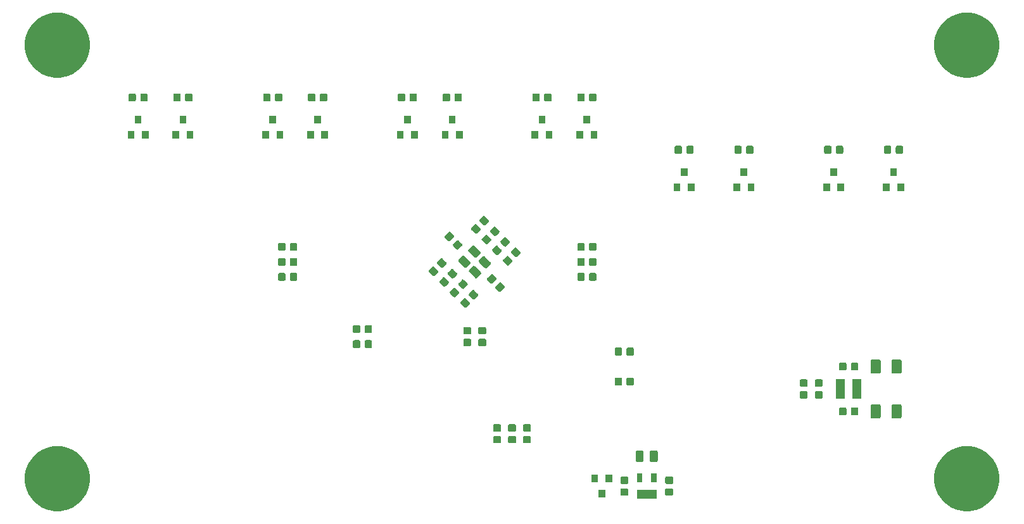
<source format=gbr>
G04 #@! TF.GenerationSoftware,KiCad,Pcbnew,(5.1.2)-1*
G04 #@! TF.CreationDate,2019-09-05T21:25:15-07:00*
G04 #@! TF.ProjectId,design,64657369-676e-42e6-9b69-6361645f7063,rev?*
G04 #@! TF.SameCoordinates,Original*
G04 #@! TF.FileFunction,Soldermask,Bot*
G04 #@! TF.FilePolarity,Negative*
%FSLAX46Y46*%
G04 Gerber Fmt 4.6, Leading zero omitted, Abs format (unit mm)*
G04 Created by KiCad (PCBNEW (5.1.2)-1) date 2019-09-05 21:25:15*
%MOMM*%
%LPD*%
G04 APERTURE LIST*
%ADD10C,0.100000*%
G04 APERTURE END LIST*
D10*
G36*
X211348156Y-134672794D02*
G01*
X212069140Y-134816206D01*
X212860972Y-135144193D01*
X213573601Y-135620357D01*
X214179643Y-136226399D01*
X214655807Y-136939028D01*
X214983794Y-137730860D01*
X215151000Y-138571464D01*
X215151000Y-139428536D01*
X214983794Y-140269140D01*
X214655807Y-141060972D01*
X214179643Y-141773601D01*
X213573601Y-142379643D01*
X212860972Y-142855807D01*
X212069140Y-143183794D01*
X211348156Y-143327206D01*
X211228537Y-143351000D01*
X210371463Y-143351000D01*
X210251844Y-143327206D01*
X209530860Y-143183794D01*
X208739028Y-142855807D01*
X208026399Y-142379643D01*
X207420357Y-141773601D01*
X206944193Y-141060972D01*
X206616206Y-140269140D01*
X206449000Y-139428536D01*
X206449000Y-138571464D01*
X206616206Y-137730860D01*
X206944193Y-136939028D01*
X207420357Y-136226399D01*
X208026399Y-135620357D01*
X208739028Y-135144193D01*
X209530860Y-134816206D01*
X210251844Y-134672794D01*
X210371463Y-134649000D01*
X211228537Y-134649000D01*
X211348156Y-134672794D01*
X211348156Y-134672794D01*
G37*
G36*
X89748156Y-134672794D02*
G01*
X90469140Y-134816206D01*
X91260972Y-135144193D01*
X91973601Y-135620357D01*
X92579643Y-136226399D01*
X93055807Y-136939028D01*
X93383794Y-137730860D01*
X93551000Y-138571464D01*
X93551000Y-139428536D01*
X93383794Y-140269140D01*
X93055807Y-141060972D01*
X92579643Y-141773601D01*
X91973601Y-142379643D01*
X91260972Y-142855807D01*
X90469140Y-143183794D01*
X89748156Y-143327206D01*
X89628537Y-143351000D01*
X88771463Y-143351000D01*
X88651844Y-143327206D01*
X87930860Y-143183794D01*
X87139028Y-142855807D01*
X86426399Y-142379643D01*
X85820357Y-141773601D01*
X85344193Y-141060972D01*
X85016206Y-140269140D01*
X84849000Y-139428536D01*
X84849000Y-138571464D01*
X85016206Y-137730860D01*
X85344193Y-136939028D01*
X85820357Y-136226399D01*
X86426399Y-135620357D01*
X87139028Y-135144193D01*
X87930860Y-134816206D01*
X88651844Y-134672794D01*
X88771463Y-134649000D01*
X89628537Y-134649000D01*
X89748156Y-134672794D01*
X89748156Y-134672794D01*
G37*
G36*
X169326000Y-141681000D02*
G01*
X166674000Y-141681000D01*
X166674000Y-140519000D01*
X169326000Y-140519000D01*
X169326000Y-141681000D01*
X169326000Y-141681000D01*
G37*
G36*
X162451000Y-141501000D02*
G01*
X161549000Y-141501000D01*
X161549000Y-140499000D01*
X162451000Y-140499000D01*
X162451000Y-141501000D01*
X162451000Y-141501000D01*
G37*
G36*
X165379591Y-140303085D02*
G01*
X165413569Y-140313393D01*
X165444890Y-140330134D01*
X165472339Y-140352661D01*
X165494866Y-140380110D01*
X165511607Y-140411431D01*
X165521915Y-140445409D01*
X165526000Y-140486890D01*
X165526000Y-141088110D01*
X165521915Y-141129591D01*
X165511607Y-141163569D01*
X165494866Y-141194890D01*
X165472339Y-141222339D01*
X165444890Y-141244866D01*
X165413569Y-141261607D01*
X165379591Y-141271915D01*
X165338110Y-141276000D01*
X164661890Y-141276000D01*
X164620409Y-141271915D01*
X164586431Y-141261607D01*
X164555110Y-141244866D01*
X164527661Y-141222339D01*
X164505134Y-141194890D01*
X164488393Y-141163569D01*
X164478085Y-141129591D01*
X164474000Y-141088110D01*
X164474000Y-140486890D01*
X164478085Y-140445409D01*
X164488393Y-140411431D01*
X164505134Y-140380110D01*
X164527661Y-140352661D01*
X164555110Y-140330134D01*
X164586431Y-140313393D01*
X164620409Y-140303085D01*
X164661890Y-140299000D01*
X165338110Y-140299000D01*
X165379591Y-140303085D01*
X165379591Y-140303085D01*
G37*
G36*
X171379591Y-140303085D02*
G01*
X171413569Y-140313393D01*
X171444890Y-140330134D01*
X171472339Y-140352661D01*
X171494866Y-140380110D01*
X171511607Y-140411431D01*
X171521915Y-140445409D01*
X171526000Y-140486890D01*
X171526000Y-141088110D01*
X171521915Y-141129591D01*
X171511607Y-141163569D01*
X171494866Y-141194890D01*
X171472339Y-141222339D01*
X171444890Y-141244866D01*
X171413569Y-141261607D01*
X171379591Y-141271915D01*
X171338110Y-141276000D01*
X170661890Y-141276000D01*
X170620409Y-141271915D01*
X170586431Y-141261607D01*
X170555110Y-141244866D01*
X170527661Y-141222339D01*
X170505134Y-141194890D01*
X170488393Y-141163569D01*
X170478085Y-141129591D01*
X170474000Y-141088110D01*
X170474000Y-140486890D01*
X170478085Y-140445409D01*
X170488393Y-140411431D01*
X170505134Y-140380110D01*
X170527661Y-140352661D01*
X170555110Y-140330134D01*
X170586431Y-140313393D01*
X170620409Y-140303085D01*
X170661890Y-140299000D01*
X171338110Y-140299000D01*
X171379591Y-140303085D01*
X171379591Y-140303085D01*
G37*
G36*
X165379591Y-138728085D02*
G01*
X165413569Y-138738393D01*
X165444890Y-138755134D01*
X165472339Y-138777661D01*
X165494866Y-138805110D01*
X165511607Y-138836431D01*
X165521915Y-138870409D01*
X165526000Y-138911890D01*
X165526000Y-139513110D01*
X165521915Y-139554591D01*
X165511607Y-139588569D01*
X165494866Y-139619890D01*
X165472339Y-139647339D01*
X165444890Y-139669866D01*
X165413569Y-139686607D01*
X165379591Y-139696915D01*
X165338110Y-139701000D01*
X164661890Y-139701000D01*
X164620409Y-139696915D01*
X164586431Y-139686607D01*
X164555110Y-139669866D01*
X164527661Y-139647339D01*
X164505134Y-139619890D01*
X164488393Y-139588569D01*
X164478085Y-139554591D01*
X164474000Y-139513110D01*
X164474000Y-138911890D01*
X164478085Y-138870409D01*
X164488393Y-138836431D01*
X164505134Y-138805110D01*
X164527661Y-138777661D01*
X164555110Y-138755134D01*
X164586431Y-138738393D01*
X164620409Y-138728085D01*
X164661890Y-138724000D01*
X165338110Y-138724000D01*
X165379591Y-138728085D01*
X165379591Y-138728085D01*
G37*
G36*
X171379591Y-138728085D02*
G01*
X171413569Y-138738393D01*
X171444890Y-138755134D01*
X171472339Y-138777661D01*
X171494866Y-138805110D01*
X171511607Y-138836431D01*
X171521915Y-138870409D01*
X171526000Y-138911890D01*
X171526000Y-139513110D01*
X171521915Y-139554591D01*
X171511607Y-139588569D01*
X171494866Y-139619890D01*
X171472339Y-139647339D01*
X171444890Y-139669866D01*
X171413569Y-139686607D01*
X171379591Y-139696915D01*
X171338110Y-139701000D01*
X170661890Y-139701000D01*
X170620409Y-139696915D01*
X170586431Y-139686607D01*
X170555110Y-139669866D01*
X170527661Y-139647339D01*
X170505134Y-139619890D01*
X170488393Y-139588569D01*
X170478085Y-139554591D01*
X170474000Y-139513110D01*
X170474000Y-138911890D01*
X170478085Y-138870409D01*
X170488393Y-138836431D01*
X170505134Y-138805110D01*
X170527661Y-138777661D01*
X170555110Y-138755134D01*
X170586431Y-138738393D01*
X170620409Y-138728085D01*
X170661890Y-138724000D01*
X171338110Y-138724000D01*
X171379591Y-138728085D01*
X171379591Y-138728085D01*
G37*
G36*
X161501000Y-139501000D02*
G01*
X160599000Y-139501000D01*
X160599000Y-138499000D01*
X161501000Y-138499000D01*
X161501000Y-139501000D01*
X161501000Y-139501000D01*
G37*
G36*
X163401000Y-139501000D02*
G01*
X162499000Y-139501000D01*
X162499000Y-138499000D01*
X163401000Y-138499000D01*
X163401000Y-139501000D01*
X163401000Y-139501000D01*
G37*
G36*
X167426000Y-139481000D02*
G01*
X166674000Y-139481000D01*
X166674000Y-138319000D01*
X167426000Y-138319000D01*
X167426000Y-139481000D01*
X167426000Y-139481000D01*
G37*
G36*
X169326000Y-139481000D02*
G01*
X168574000Y-139481000D01*
X168574000Y-138319000D01*
X169326000Y-138319000D01*
X169326000Y-139481000D01*
X169326000Y-139481000D01*
G37*
G36*
X169309468Y-135253565D02*
G01*
X169348138Y-135265296D01*
X169383777Y-135284346D01*
X169415017Y-135309983D01*
X169440654Y-135341223D01*
X169459704Y-135376862D01*
X169471435Y-135415532D01*
X169476000Y-135461888D01*
X169476000Y-136538112D01*
X169471435Y-136584468D01*
X169459704Y-136623138D01*
X169440654Y-136658777D01*
X169415017Y-136690017D01*
X169383777Y-136715654D01*
X169348138Y-136734704D01*
X169309468Y-136746435D01*
X169263112Y-136751000D01*
X168611888Y-136751000D01*
X168565532Y-136746435D01*
X168526862Y-136734704D01*
X168491223Y-136715654D01*
X168459983Y-136690017D01*
X168434346Y-136658777D01*
X168415296Y-136623138D01*
X168403565Y-136584468D01*
X168399000Y-136538112D01*
X168399000Y-135461888D01*
X168403565Y-135415532D01*
X168415296Y-135376862D01*
X168434346Y-135341223D01*
X168459983Y-135309983D01*
X168491223Y-135284346D01*
X168526862Y-135265296D01*
X168565532Y-135253565D01*
X168611888Y-135249000D01*
X169263112Y-135249000D01*
X169309468Y-135253565D01*
X169309468Y-135253565D01*
G37*
G36*
X167434468Y-135253565D02*
G01*
X167473138Y-135265296D01*
X167508777Y-135284346D01*
X167540017Y-135309983D01*
X167565654Y-135341223D01*
X167584704Y-135376862D01*
X167596435Y-135415532D01*
X167601000Y-135461888D01*
X167601000Y-136538112D01*
X167596435Y-136584468D01*
X167584704Y-136623138D01*
X167565654Y-136658777D01*
X167540017Y-136690017D01*
X167508777Y-136715654D01*
X167473138Y-136734704D01*
X167434468Y-136746435D01*
X167388112Y-136751000D01*
X166736888Y-136751000D01*
X166690532Y-136746435D01*
X166651862Y-136734704D01*
X166616223Y-136715654D01*
X166584983Y-136690017D01*
X166559346Y-136658777D01*
X166540296Y-136623138D01*
X166528565Y-136584468D01*
X166524000Y-136538112D01*
X166524000Y-135461888D01*
X166528565Y-135415532D01*
X166540296Y-135376862D01*
X166559346Y-135341223D01*
X166584983Y-135309983D01*
X166616223Y-135284346D01*
X166651862Y-135265296D01*
X166690532Y-135253565D01*
X166736888Y-135249000D01*
X167388112Y-135249000D01*
X167434468Y-135253565D01*
X167434468Y-135253565D01*
G37*
G36*
X150379591Y-133303085D02*
G01*
X150413569Y-133313393D01*
X150444890Y-133330134D01*
X150472339Y-133352661D01*
X150494866Y-133380110D01*
X150511607Y-133411431D01*
X150521915Y-133445409D01*
X150526000Y-133486890D01*
X150526000Y-134088110D01*
X150521915Y-134129591D01*
X150511607Y-134163569D01*
X150494866Y-134194890D01*
X150472339Y-134222339D01*
X150444890Y-134244866D01*
X150413569Y-134261607D01*
X150379591Y-134271915D01*
X150338110Y-134276000D01*
X149661890Y-134276000D01*
X149620409Y-134271915D01*
X149586431Y-134261607D01*
X149555110Y-134244866D01*
X149527661Y-134222339D01*
X149505134Y-134194890D01*
X149488393Y-134163569D01*
X149478085Y-134129591D01*
X149474000Y-134088110D01*
X149474000Y-133486890D01*
X149478085Y-133445409D01*
X149488393Y-133411431D01*
X149505134Y-133380110D01*
X149527661Y-133352661D01*
X149555110Y-133330134D01*
X149586431Y-133313393D01*
X149620409Y-133303085D01*
X149661890Y-133299000D01*
X150338110Y-133299000D01*
X150379591Y-133303085D01*
X150379591Y-133303085D01*
G37*
G36*
X152379591Y-133303085D02*
G01*
X152413569Y-133313393D01*
X152444890Y-133330134D01*
X152472339Y-133352661D01*
X152494866Y-133380110D01*
X152511607Y-133411431D01*
X152521915Y-133445409D01*
X152526000Y-133486890D01*
X152526000Y-134088110D01*
X152521915Y-134129591D01*
X152511607Y-134163569D01*
X152494866Y-134194890D01*
X152472339Y-134222339D01*
X152444890Y-134244866D01*
X152413569Y-134261607D01*
X152379591Y-134271915D01*
X152338110Y-134276000D01*
X151661890Y-134276000D01*
X151620409Y-134271915D01*
X151586431Y-134261607D01*
X151555110Y-134244866D01*
X151527661Y-134222339D01*
X151505134Y-134194890D01*
X151488393Y-134163569D01*
X151478085Y-134129591D01*
X151474000Y-134088110D01*
X151474000Y-133486890D01*
X151478085Y-133445409D01*
X151488393Y-133411431D01*
X151505134Y-133380110D01*
X151527661Y-133352661D01*
X151555110Y-133330134D01*
X151586431Y-133313393D01*
X151620409Y-133303085D01*
X151661890Y-133299000D01*
X152338110Y-133299000D01*
X152379591Y-133303085D01*
X152379591Y-133303085D01*
G37*
G36*
X148379591Y-133303085D02*
G01*
X148413569Y-133313393D01*
X148444890Y-133330134D01*
X148472339Y-133352661D01*
X148494866Y-133380110D01*
X148511607Y-133411431D01*
X148521915Y-133445409D01*
X148526000Y-133486890D01*
X148526000Y-134088110D01*
X148521915Y-134129591D01*
X148511607Y-134163569D01*
X148494866Y-134194890D01*
X148472339Y-134222339D01*
X148444890Y-134244866D01*
X148413569Y-134261607D01*
X148379591Y-134271915D01*
X148338110Y-134276000D01*
X147661890Y-134276000D01*
X147620409Y-134271915D01*
X147586431Y-134261607D01*
X147555110Y-134244866D01*
X147527661Y-134222339D01*
X147505134Y-134194890D01*
X147488393Y-134163569D01*
X147478085Y-134129591D01*
X147474000Y-134088110D01*
X147474000Y-133486890D01*
X147478085Y-133445409D01*
X147488393Y-133411431D01*
X147505134Y-133380110D01*
X147527661Y-133352661D01*
X147555110Y-133330134D01*
X147586431Y-133313393D01*
X147620409Y-133303085D01*
X147661890Y-133299000D01*
X148338110Y-133299000D01*
X148379591Y-133303085D01*
X148379591Y-133303085D01*
G37*
G36*
X152379591Y-131728085D02*
G01*
X152413569Y-131738393D01*
X152444890Y-131755134D01*
X152472339Y-131777661D01*
X152494866Y-131805110D01*
X152511607Y-131836431D01*
X152521915Y-131870409D01*
X152526000Y-131911890D01*
X152526000Y-132513110D01*
X152521915Y-132554591D01*
X152511607Y-132588569D01*
X152494866Y-132619890D01*
X152472339Y-132647339D01*
X152444890Y-132669866D01*
X152413569Y-132686607D01*
X152379591Y-132696915D01*
X152338110Y-132701000D01*
X151661890Y-132701000D01*
X151620409Y-132696915D01*
X151586431Y-132686607D01*
X151555110Y-132669866D01*
X151527661Y-132647339D01*
X151505134Y-132619890D01*
X151488393Y-132588569D01*
X151478085Y-132554591D01*
X151474000Y-132513110D01*
X151474000Y-131911890D01*
X151478085Y-131870409D01*
X151488393Y-131836431D01*
X151505134Y-131805110D01*
X151527661Y-131777661D01*
X151555110Y-131755134D01*
X151586431Y-131738393D01*
X151620409Y-131728085D01*
X151661890Y-131724000D01*
X152338110Y-131724000D01*
X152379591Y-131728085D01*
X152379591Y-131728085D01*
G37*
G36*
X150379591Y-131728085D02*
G01*
X150413569Y-131738393D01*
X150444890Y-131755134D01*
X150472339Y-131777661D01*
X150494866Y-131805110D01*
X150511607Y-131836431D01*
X150521915Y-131870409D01*
X150526000Y-131911890D01*
X150526000Y-132513110D01*
X150521915Y-132554591D01*
X150511607Y-132588569D01*
X150494866Y-132619890D01*
X150472339Y-132647339D01*
X150444890Y-132669866D01*
X150413569Y-132686607D01*
X150379591Y-132696915D01*
X150338110Y-132701000D01*
X149661890Y-132701000D01*
X149620409Y-132696915D01*
X149586431Y-132686607D01*
X149555110Y-132669866D01*
X149527661Y-132647339D01*
X149505134Y-132619890D01*
X149488393Y-132588569D01*
X149478085Y-132554591D01*
X149474000Y-132513110D01*
X149474000Y-131911890D01*
X149478085Y-131870409D01*
X149488393Y-131836431D01*
X149505134Y-131805110D01*
X149527661Y-131777661D01*
X149555110Y-131755134D01*
X149586431Y-131738393D01*
X149620409Y-131728085D01*
X149661890Y-131724000D01*
X150338110Y-131724000D01*
X150379591Y-131728085D01*
X150379591Y-131728085D01*
G37*
G36*
X148379591Y-131728085D02*
G01*
X148413569Y-131738393D01*
X148444890Y-131755134D01*
X148472339Y-131777661D01*
X148494866Y-131805110D01*
X148511607Y-131836431D01*
X148521915Y-131870409D01*
X148526000Y-131911890D01*
X148526000Y-132513110D01*
X148521915Y-132554591D01*
X148511607Y-132588569D01*
X148494866Y-132619890D01*
X148472339Y-132647339D01*
X148444890Y-132669866D01*
X148413569Y-132686607D01*
X148379591Y-132696915D01*
X148338110Y-132701000D01*
X147661890Y-132701000D01*
X147620409Y-132696915D01*
X147586431Y-132686607D01*
X147555110Y-132669866D01*
X147527661Y-132647339D01*
X147505134Y-132619890D01*
X147488393Y-132588569D01*
X147478085Y-132554591D01*
X147474000Y-132513110D01*
X147474000Y-131911890D01*
X147478085Y-131870409D01*
X147488393Y-131836431D01*
X147505134Y-131805110D01*
X147527661Y-131777661D01*
X147555110Y-131755134D01*
X147586431Y-131738393D01*
X147620409Y-131728085D01*
X147661890Y-131724000D01*
X148338110Y-131724000D01*
X148379591Y-131728085D01*
X148379591Y-131728085D01*
G37*
G36*
X201918604Y-129078347D02*
G01*
X201955144Y-129089432D01*
X201988821Y-129107433D01*
X202018341Y-129131659D01*
X202042567Y-129161179D01*
X202060568Y-129194856D01*
X202071653Y-129231396D01*
X202076000Y-129275538D01*
X202076000Y-130724462D01*
X202071653Y-130768604D01*
X202060568Y-130805144D01*
X202042567Y-130838821D01*
X202018341Y-130868341D01*
X201988821Y-130892567D01*
X201955144Y-130910568D01*
X201918604Y-130921653D01*
X201874462Y-130926000D01*
X200925538Y-130926000D01*
X200881396Y-130921653D01*
X200844856Y-130910568D01*
X200811179Y-130892567D01*
X200781659Y-130868341D01*
X200757433Y-130838821D01*
X200739432Y-130805144D01*
X200728347Y-130768604D01*
X200724000Y-130724462D01*
X200724000Y-129275538D01*
X200728347Y-129231396D01*
X200739432Y-129194856D01*
X200757433Y-129161179D01*
X200781659Y-129131659D01*
X200811179Y-129107433D01*
X200844856Y-129089432D01*
X200881396Y-129078347D01*
X200925538Y-129074000D01*
X201874462Y-129074000D01*
X201918604Y-129078347D01*
X201918604Y-129078347D01*
G37*
G36*
X199118604Y-129078347D02*
G01*
X199155144Y-129089432D01*
X199188821Y-129107433D01*
X199218341Y-129131659D01*
X199242567Y-129161179D01*
X199260568Y-129194856D01*
X199271653Y-129231396D01*
X199276000Y-129275538D01*
X199276000Y-130724462D01*
X199271653Y-130768604D01*
X199260568Y-130805144D01*
X199242567Y-130838821D01*
X199218341Y-130868341D01*
X199188821Y-130892567D01*
X199155144Y-130910568D01*
X199118604Y-130921653D01*
X199074462Y-130926000D01*
X198125538Y-130926000D01*
X198081396Y-130921653D01*
X198044856Y-130910568D01*
X198011179Y-130892567D01*
X197981659Y-130868341D01*
X197957433Y-130838821D01*
X197939432Y-130805144D01*
X197928347Y-130768604D01*
X197924000Y-130724462D01*
X197924000Y-129275538D01*
X197928347Y-129231396D01*
X197939432Y-129194856D01*
X197957433Y-129161179D01*
X197981659Y-129131659D01*
X198011179Y-129107433D01*
X198044856Y-129089432D01*
X198081396Y-129078347D01*
X198125538Y-129074000D01*
X199074462Y-129074000D01*
X199118604Y-129078347D01*
X199118604Y-129078347D01*
G37*
G36*
X196129591Y-129478085D02*
G01*
X196163569Y-129488393D01*
X196194890Y-129505134D01*
X196222339Y-129527661D01*
X196244866Y-129555110D01*
X196261607Y-129586431D01*
X196271915Y-129620409D01*
X196276000Y-129661890D01*
X196276000Y-130338110D01*
X196271915Y-130379591D01*
X196261607Y-130413569D01*
X196244866Y-130444890D01*
X196222339Y-130472339D01*
X196194890Y-130494866D01*
X196163569Y-130511607D01*
X196129591Y-130521915D01*
X196088110Y-130526000D01*
X195486890Y-130526000D01*
X195445409Y-130521915D01*
X195411431Y-130511607D01*
X195380110Y-130494866D01*
X195352661Y-130472339D01*
X195330134Y-130444890D01*
X195313393Y-130413569D01*
X195303085Y-130379591D01*
X195299000Y-130338110D01*
X195299000Y-129661890D01*
X195303085Y-129620409D01*
X195313393Y-129586431D01*
X195330134Y-129555110D01*
X195352661Y-129527661D01*
X195380110Y-129505134D01*
X195411431Y-129488393D01*
X195445409Y-129478085D01*
X195486890Y-129474000D01*
X196088110Y-129474000D01*
X196129591Y-129478085D01*
X196129591Y-129478085D01*
G37*
G36*
X194554591Y-129478085D02*
G01*
X194588569Y-129488393D01*
X194619890Y-129505134D01*
X194647339Y-129527661D01*
X194669866Y-129555110D01*
X194686607Y-129586431D01*
X194696915Y-129620409D01*
X194701000Y-129661890D01*
X194701000Y-130338110D01*
X194696915Y-130379591D01*
X194686607Y-130413569D01*
X194669866Y-130444890D01*
X194647339Y-130472339D01*
X194619890Y-130494866D01*
X194588569Y-130511607D01*
X194554591Y-130521915D01*
X194513110Y-130526000D01*
X193911890Y-130526000D01*
X193870409Y-130521915D01*
X193836431Y-130511607D01*
X193805110Y-130494866D01*
X193777661Y-130472339D01*
X193755134Y-130444890D01*
X193738393Y-130413569D01*
X193728085Y-130379591D01*
X193724000Y-130338110D01*
X193724000Y-129661890D01*
X193728085Y-129620409D01*
X193738393Y-129586431D01*
X193755134Y-129555110D01*
X193777661Y-129527661D01*
X193805110Y-129505134D01*
X193836431Y-129488393D01*
X193870409Y-129478085D01*
X193911890Y-129474000D01*
X194513110Y-129474000D01*
X194554591Y-129478085D01*
X194554591Y-129478085D01*
G37*
G36*
X196681000Y-128326000D02*
G01*
X195519000Y-128326000D01*
X195519000Y-125674000D01*
X196681000Y-125674000D01*
X196681000Y-128326000D01*
X196681000Y-128326000D01*
G37*
G36*
X194481000Y-128326000D02*
G01*
X193319000Y-128326000D01*
X193319000Y-125674000D01*
X194481000Y-125674000D01*
X194481000Y-128326000D01*
X194481000Y-128326000D01*
G37*
G36*
X191379591Y-127303085D02*
G01*
X191413569Y-127313393D01*
X191444890Y-127330134D01*
X191472339Y-127352661D01*
X191494866Y-127380110D01*
X191511607Y-127411431D01*
X191521915Y-127445409D01*
X191526000Y-127486890D01*
X191526000Y-128088110D01*
X191521915Y-128129591D01*
X191511607Y-128163569D01*
X191494866Y-128194890D01*
X191472339Y-128222339D01*
X191444890Y-128244866D01*
X191413569Y-128261607D01*
X191379591Y-128271915D01*
X191338110Y-128276000D01*
X190661890Y-128276000D01*
X190620409Y-128271915D01*
X190586431Y-128261607D01*
X190555110Y-128244866D01*
X190527661Y-128222339D01*
X190505134Y-128194890D01*
X190488393Y-128163569D01*
X190478085Y-128129591D01*
X190474000Y-128088110D01*
X190474000Y-127486890D01*
X190478085Y-127445409D01*
X190488393Y-127411431D01*
X190505134Y-127380110D01*
X190527661Y-127352661D01*
X190555110Y-127330134D01*
X190586431Y-127313393D01*
X190620409Y-127303085D01*
X190661890Y-127299000D01*
X191338110Y-127299000D01*
X191379591Y-127303085D01*
X191379591Y-127303085D01*
G37*
G36*
X189379591Y-127303085D02*
G01*
X189413569Y-127313393D01*
X189444890Y-127330134D01*
X189472339Y-127352661D01*
X189494866Y-127380110D01*
X189511607Y-127411431D01*
X189521915Y-127445409D01*
X189526000Y-127486890D01*
X189526000Y-128088110D01*
X189521915Y-128129591D01*
X189511607Y-128163569D01*
X189494866Y-128194890D01*
X189472339Y-128222339D01*
X189444890Y-128244866D01*
X189413569Y-128261607D01*
X189379591Y-128271915D01*
X189338110Y-128276000D01*
X188661890Y-128276000D01*
X188620409Y-128271915D01*
X188586431Y-128261607D01*
X188555110Y-128244866D01*
X188527661Y-128222339D01*
X188505134Y-128194890D01*
X188488393Y-128163569D01*
X188478085Y-128129591D01*
X188474000Y-128088110D01*
X188474000Y-127486890D01*
X188478085Y-127445409D01*
X188488393Y-127411431D01*
X188505134Y-127380110D01*
X188527661Y-127352661D01*
X188555110Y-127330134D01*
X188586431Y-127313393D01*
X188620409Y-127303085D01*
X188661890Y-127299000D01*
X189338110Y-127299000D01*
X189379591Y-127303085D01*
X189379591Y-127303085D01*
G37*
G36*
X189379591Y-125728085D02*
G01*
X189413569Y-125738393D01*
X189444890Y-125755134D01*
X189472339Y-125777661D01*
X189494866Y-125805110D01*
X189511607Y-125836431D01*
X189521915Y-125870409D01*
X189526000Y-125911890D01*
X189526000Y-126513110D01*
X189521915Y-126554591D01*
X189511607Y-126588569D01*
X189494866Y-126619890D01*
X189472339Y-126647339D01*
X189444890Y-126669866D01*
X189413569Y-126686607D01*
X189379591Y-126696915D01*
X189338110Y-126701000D01*
X188661890Y-126701000D01*
X188620409Y-126696915D01*
X188586431Y-126686607D01*
X188555110Y-126669866D01*
X188527661Y-126647339D01*
X188505134Y-126619890D01*
X188488393Y-126588569D01*
X188478085Y-126554591D01*
X188474000Y-126513110D01*
X188474000Y-125911890D01*
X188478085Y-125870409D01*
X188488393Y-125836431D01*
X188505134Y-125805110D01*
X188527661Y-125777661D01*
X188555110Y-125755134D01*
X188586431Y-125738393D01*
X188620409Y-125728085D01*
X188661890Y-125724000D01*
X189338110Y-125724000D01*
X189379591Y-125728085D01*
X189379591Y-125728085D01*
G37*
G36*
X191379591Y-125728085D02*
G01*
X191413569Y-125738393D01*
X191444890Y-125755134D01*
X191472339Y-125777661D01*
X191494866Y-125805110D01*
X191511607Y-125836431D01*
X191521915Y-125870409D01*
X191526000Y-125911890D01*
X191526000Y-126513110D01*
X191521915Y-126554591D01*
X191511607Y-126588569D01*
X191494866Y-126619890D01*
X191472339Y-126647339D01*
X191444890Y-126669866D01*
X191413569Y-126686607D01*
X191379591Y-126696915D01*
X191338110Y-126701000D01*
X190661890Y-126701000D01*
X190620409Y-126696915D01*
X190586431Y-126686607D01*
X190555110Y-126669866D01*
X190527661Y-126647339D01*
X190505134Y-126619890D01*
X190488393Y-126588569D01*
X190478085Y-126554591D01*
X190474000Y-126513110D01*
X190474000Y-125911890D01*
X190478085Y-125870409D01*
X190488393Y-125836431D01*
X190505134Y-125805110D01*
X190527661Y-125777661D01*
X190555110Y-125755134D01*
X190586431Y-125738393D01*
X190620409Y-125728085D01*
X190661890Y-125724000D01*
X191338110Y-125724000D01*
X191379591Y-125728085D01*
X191379591Y-125728085D01*
G37*
G36*
X164554591Y-125478085D02*
G01*
X164588569Y-125488393D01*
X164619890Y-125505134D01*
X164647339Y-125527661D01*
X164669866Y-125555110D01*
X164686607Y-125586431D01*
X164696915Y-125620409D01*
X164701000Y-125661890D01*
X164701000Y-126338110D01*
X164696915Y-126379591D01*
X164686607Y-126413569D01*
X164669866Y-126444890D01*
X164647339Y-126472339D01*
X164619890Y-126494866D01*
X164588569Y-126511607D01*
X164554591Y-126521915D01*
X164513110Y-126526000D01*
X163911890Y-126526000D01*
X163870409Y-126521915D01*
X163836431Y-126511607D01*
X163805110Y-126494866D01*
X163777661Y-126472339D01*
X163755134Y-126444890D01*
X163738393Y-126413569D01*
X163728085Y-126379591D01*
X163724000Y-126338110D01*
X163724000Y-125661890D01*
X163728085Y-125620409D01*
X163738393Y-125586431D01*
X163755134Y-125555110D01*
X163777661Y-125527661D01*
X163805110Y-125505134D01*
X163836431Y-125488393D01*
X163870409Y-125478085D01*
X163911890Y-125474000D01*
X164513110Y-125474000D01*
X164554591Y-125478085D01*
X164554591Y-125478085D01*
G37*
G36*
X166129591Y-125478085D02*
G01*
X166163569Y-125488393D01*
X166194890Y-125505134D01*
X166222339Y-125527661D01*
X166244866Y-125555110D01*
X166261607Y-125586431D01*
X166271915Y-125620409D01*
X166276000Y-125661890D01*
X166276000Y-126338110D01*
X166271915Y-126379591D01*
X166261607Y-126413569D01*
X166244866Y-126444890D01*
X166222339Y-126472339D01*
X166194890Y-126494866D01*
X166163569Y-126511607D01*
X166129591Y-126521915D01*
X166088110Y-126526000D01*
X165486890Y-126526000D01*
X165445409Y-126521915D01*
X165411431Y-126511607D01*
X165380110Y-126494866D01*
X165352661Y-126472339D01*
X165330134Y-126444890D01*
X165313393Y-126413569D01*
X165303085Y-126379591D01*
X165299000Y-126338110D01*
X165299000Y-125661890D01*
X165303085Y-125620409D01*
X165313393Y-125586431D01*
X165330134Y-125555110D01*
X165352661Y-125527661D01*
X165380110Y-125505134D01*
X165411431Y-125488393D01*
X165445409Y-125478085D01*
X165486890Y-125474000D01*
X166088110Y-125474000D01*
X166129591Y-125478085D01*
X166129591Y-125478085D01*
G37*
G36*
X199118604Y-123078347D02*
G01*
X199155144Y-123089432D01*
X199188821Y-123107433D01*
X199218341Y-123131659D01*
X199242567Y-123161179D01*
X199260568Y-123194856D01*
X199271653Y-123231396D01*
X199276000Y-123275538D01*
X199276000Y-124724462D01*
X199271653Y-124768604D01*
X199260568Y-124805144D01*
X199242567Y-124838821D01*
X199218341Y-124868341D01*
X199188821Y-124892567D01*
X199155144Y-124910568D01*
X199118604Y-124921653D01*
X199074462Y-124926000D01*
X198125538Y-124926000D01*
X198081396Y-124921653D01*
X198044856Y-124910568D01*
X198011179Y-124892567D01*
X197981659Y-124868341D01*
X197957433Y-124838821D01*
X197939432Y-124805144D01*
X197928347Y-124768604D01*
X197924000Y-124724462D01*
X197924000Y-123275538D01*
X197928347Y-123231396D01*
X197939432Y-123194856D01*
X197957433Y-123161179D01*
X197981659Y-123131659D01*
X198011179Y-123107433D01*
X198044856Y-123089432D01*
X198081396Y-123078347D01*
X198125538Y-123074000D01*
X199074462Y-123074000D01*
X199118604Y-123078347D01*
X199118604Y-123078347D01*
G37*
G36*
X201918604Y-123078347D02*
G01*
X201955144Y-123089432D01*
X201988821Y-123107433D01*
X202018341Y-123131659D01*
X202042567Y-123161179D01*
X202060568Y-123194856D01*
X202071653Y-123231396D01*
X202076000Y-123275538D01*
X202076000Y-124724462D01*
X202071653Y-124768604D01*
X202060568Y-124805144D01*
X202042567Y-124838821D01*
X202018341Y-124868341D01*
X201988821Y-124892567D01*
X201955144Y-124910568D01*
X201918604Y-124921653D01*
X201874462Y-124926000D01*
X200925538Y-124926000D01*
X200881396Y-124921653D01*
X200844856Y-124910568D01*
X200811179Y-124892567D01*
X200781659Y-124868341D01*
X200757433Y-124838821D01*
X200739432Y-124805144D01*
X200728347Y-124768604D01*
X200724000Y-124724462D01*
X200724000Y-123275538D01*
X200728347Y-123231396D01*
X200739432Y-123194856D01*
X200757433Y-123161179D01*
X200781659Y-123131659D01*
X200811179Y-123107433D01*
X200844856Y-123089432D01*
X200881396Y-123078347D01*
X200925538Y-123074000D01*
X201874462Y-123074000D01*
X201918604Y-123078347D01*
X201918604Y-123078347D01*
G37*
G36*
X196129591Y-123478085D02*
G01*
X196163569Y-123488393D01*
X196194890Y-123505134D01*
X196222339Y-123527661D01*
X196244866Y-123555110D01*
X196261607Y-123586431D01*
X196271915Y-123620409D01*
X196276000Y-123661890D01*
X196276000Y-124338110D01*
X196271915Y-124379591D01*
X196261607Y-124413569D01*
X196244866Y-124444890D01*
X196222339Y-124472339D01*
X196194890Y-124494866D01*
X196163569Y-124511607D01*
X196129591Y-124521915D01*
X196088110Y-124526000D01*
X195486890Y-124526000D01*
X195445409Y-124521915D01*
X195411431Y-124511607D01*
X195380110Y-124494866D01*
X195352661Y-124472339D01*
X195330134Y-124444890D01*
X195313393Y-124413569D01*
X195303085Y-124379591D01*
X195299000Y-124338110D01*
X195299000Y-123661890D01*
X195303085Y-123620409D01*
X195313393Y-123586431D01*
X195330134Y-123555110D01*
X195352661Y-123527661D01*
X195380110Y-123505134D01*
X195411431Y-123488393D01*
X195445409Y-123478085D01*
X195486890Y-123474000D01*
X196088110Y-123474000D01*
X196129591Y-123478085D01*
X196129591Y-123478085D01*
G37*
G36*
X194554591Y-123478085D02*
G01*
X194588569Y-123488393D01*
X194619890Y-123505134D01*
X194647339Y-123527661D01*
X194669866Y-123555110D01*
X194686607Y-123586431D01*
X194696915Y-123620409D01*
X194701000Y-123661890D01*
X194701000Y-124338110D01*
X194696915Y-124379591D01*
X194686607Y-124413569D01*
X194669866Y-124444890D01*
X194647339Y-124472339D01*
X194619890Y-124494866D01*
X194588569Y-124511607D01*
X194554591Y-124521915D01*
X194513110Y-124526000D01*
X193911890Y-124526000D01*
X193870409Y-124521915D01*
X193836431Y-124511607D01*
X193805110Y-124494866D01*
X193777661Y-124472339D01*
X193755134Y-124444890D01*
X193738393Y-124413569D01*
X193728085Y-124379591D01*
X193724000Y-124338110D01*
X193724000Y-123661890D01*
X193728085Y-123620409D01*
X193738393Y-123586431D01*
X193755134Y-123555110D01*
X193777661Y-123527661D01*
X193805110Y-123505134D01*
X193836431Y-123488393D01*
X193870409Y-123478085D01*
X193911890Y-123474000D01*
X194513110Y-123474000D01*
X194554591Y-123478085D01*
X194554591Y-123478085D01*
G37*
G36*
X166129591Y-121478085D02*
G01*
X166163569Y-121488393D01*
X166194890Y-121505134D01*
X166222339Y-121527661D01*
X166244866Y-121555110D01*
X166261607Y-121586431D01*
X166271915Y-121620409D01*
X166276000Y-121661890D01*
X166276000Y-122338110D01*
X166271915Y-122379591D01*
X166261607Y-122413569D01*
X166244866Y-122444890D01*
X166222339Y-122472339D01*
X166194890Y-122494866D01*
X166163569Y-122511607D01*
X166129591Y-122521915D01*
X166088110Y-122526000D01*
X165486890Y-122526000D01*
X165445409Y-122521915D01*
X165411431Y-122511607D01*
X165380110Y-122494866D01*
X165352661Y-122472339D01*
X165330134Y-122444890D01*
X165313393Y-122413569D01*
X165303085Y-122379591D01*
X165299000Y-122338110D01*
X165299000Y-121661890D01*
X165303085Y-121620409D01*
X165313393Y-121586431D01*
X165330134Y-121555110D01*
X165352661Y-121527661D01*
X165380110Y-121505134D01*
X165411431Y-121488393D01*
X165445409Y-121478085D01*
X165486890Y-121474000D01*
X166088110Y-121474000D01*
X166129591Y-121478085D01*
X166129591Y-121478085D01*
G37*
G36*
X164554591Y-121478085D02*
G01*
X164588569Y-121488393D01*
X164619890Y-121505134D01*
X164647339Y-121527661D01*
X164669866Y-121555110D01*
X164686607Y-121586431D01*
X164696915Y-121620409D01*
X164701000Y-121661890D01*
X164701000Y-122338110D01*
X164696915Y-122379591D01*
X164686607Y-122413569D01*
X164669866Y-122444890D01*
X164647339Y-122472339D01*
X164619890Y-122494866D01*
X164588569Y-122511607D01*
X164554591Y-122521915D01*
X164513110Y-122526000D01*
X163911890Y-122526000D01*
X163870409Y-122521915D01*
X163836431Y-122511607D01*
X163805110Y-122494866D01*
X163777661Y-122472339D01*
X163755134Y-122444890D01*
X163738393Y-122413569D01*
X163728085Y-122379591D01*
X163724000Y-122338110D01*
X163724000Y-121661890D01*
X163728085Y-121620409D01*
X163738393Y-121586431D01*
X163755134Y-121555110D01*
X163777661Y-121527661D01*
X163805110Y-121505134D01*
X163836431Y-121488393D01*
X163870409Y-121478085D01*
X163911890Y-121474000D01*
X164513110Y-121474000D01*
X164554591Y-121478085D01*
X164554591Y-121478085D01*
G37*
G36*
X131129591Y-120478085D02*
G01*
X131163569Y-120488393D01*
X131194890Y-120505134D01*
X131222339Y-120527661D01*
X131244866Y-120555110D01*
X131261607Y-120586431D01*
X131271915Y-120620409D01*
X131276000Y-120661890D01*
X131276000Y-121338110D01*
X131271915Y-121379591D01*
X131261607Y-121413569D01*
X131244866Y-121444890D01*
X131222339Y-121472339D01*
X131194890Y-121494866D01*
X131163569Y-121511607D01*
X131129591Y-121521915D01*
X131088110Y-121526000D01*
X130486890Y-121526000D01*
X130445409Y-121521915D01*
X130411431Y-121511607D01*
X130380110Y-121494866D01*
X130352661Y-121472339D01*
X130330134Y-121444890D01*
X130313393Y-121413569D01*
X130303085Y-121379591D01*
X130299000Y-121338110D01*
X130299000Y-120661890D01*
X130303085Y-120620409D01*
X130313393Y-120586431D01*
X130330134Y-120555110D01*
X130352661Y-120527661D01*
X130380110Y-120505134D01*
X130411431Y-120488393D01*
X130445409Y-120478085D01*
X130486890Y-120474000D01*
X131088110Y-120474000D01*
X131129591Y-120478085D01*
X131129591Y-120478085D01*
G37*
G36*
X129554591Y-120478085D02*
G01*
X129588569Y-120488393D01*
X129619890Y-120505134D01*
X129647339Y-120527661D01*
X129669866Y-120555110D01*
X129686607Y-120586431D01*
X129696915Y-120620409D01*
X129701000Y-120661890D01*
X129701000Y-121338110D01*
X129696915Y-121379591D01*
X129686607Y-121413569D01*
X129669866Y-121444890D01*
X129647339Y-121472339D01*
X129619890Y-121494866D01*
X129588569Y-121511607D01*
X129554591Y-121521915D01*
X129513110Y-121526000D01*
X128911890Y-121526000D01*
X128870409Y-121521915D01*
X128836431Y-121511607D01*
X128805110Y-121494866D01*
X128777661Y-121472339D01*
X128755134Y-121444890D01*
X128738393Y-121413569D01*
X128728085Y-121379591D01*
X128724000Y-121338110D01*
X128724000Y-120661890D01*
X128728085Y-120620409D01*
X128738393Y-120586431D01*
X128755134Y-120555110D01*
X128777661Y-120527661D01*
X128805110Y-120505134D01*
X128836431Y-120488393D01*
X128870409Y-120478085D01*
X128911890Y-120474000D01*
X129513110Y-120474000D01*
X129554591Y-120478085D01*
X129554591Y-120478085D01*
G37*
G36*
X144379591Y-120303085D02*
G01*
X144413569Y-120313393D01*
X144444890Y-120330134D01*
X144472339Y-120352661D01*
X144494866Y-120380110D01*
X144511607Y-120411431D01*
X144521915Y-120445409D01*
X144526000Y-120486890D01*
X144526000Y-121088110D01*
X144521915Y-121129591D01*
X144511607Y-121163569D01*
X144494866Y-121194890D01*
X144472339Y-121222339D01*
X144444890Y-121244866D01*
X144413569Y-121261607D01*
X144379591Y-121271915D01*
X144338110Y-121276000D01*
X143661890Y-121276000D01*
X143620409Y-121271915D01*
X143586431Y-121261607D01*
X143555110Y-121244866D01*
X143527661Y-121222339D01*
X143505134Y-121194890D01*
X143488393Y-121163569D01*
X143478085Y-121129591D01*
X143474000Y-121088110D01*
X143474000Y-120486890D01*
X143478085Y-120445409D01*
X143488393Y-120411431D01*
X143505134Y-120380110D01*
X143527661Y-120352661D01*
X143555110Y-120330134D01*
X143586431Y-120313393D01*
X143620409Y-120303085D01*
X143661890Y-120299000D01*
X144338110Y-120299000D01*
X144379591Y-120303085D01*
X144379591Y-120303085D01*
G37*
G36*
X146379591Y-120303085D02*
G01*
X146413569Y-120313393D01*
X146444890Y-120330134D01*
X146472339Y-120352661D01*
X146494866Y-120380110D01*
X146511607Y-120411431D01*
X146521915Y-120445409D01*
X146526000Y-120486890D01*
X146526000Y-121088110D01*
X146521915Y-121129591D01*
X146511607Y-121163569D01*
X146494866Y-121194890D01*
X146472339Y-121222339D01*
X146444890Y-121244866D01*
X146413569Y-121261607D01*
X146379591Y-121271915D01*
X146338110Y-121276000D01*
X145661890Y-121276000D01*
X145620409Y-121271915D01*
X145586431Y-121261607D01*
X145555110Y-121244866D01*
X145527661Y-121222339D01*
X145505134Y-121194890D01*
X145488393Y-121163569D01*
X145478085Y-121129591D01*
X145474000Y-121088110D01*
X145474000Y-120486890D01*
X145478085Y-120445409D01*
X145488393Y-120411431D01*
X145505134Y-120380110D01*
X145527661Y-120352661D01*
X145555110Y-120330134D01*
X145586431Y-120313393D01*
X145620409Y-120303085D01*
X145661890Y-120299000D01*
X146338110Y-120299000D01*
X146379591Y-120303085D01*
X146379591Y-120303085D01*
G37*
G36*
X144379591Y-118728085D02*
G01*
X144413569Y-118738393D01*
X144444890Y-118755134D01*
X144472339Y-118777661D01*
X144494866Y-118805110D01*
X144511607Y-118836431D01*
X144521915Y-118870409D01*
X144526000Y-118911890D01*
X144526000Y-119513110D01*
X144521915Y-119554591D01*
X144511607Y-119588569D01*
X144494866Y-119619890D01*
X144472339Y-119647339D01*
X144444890Y-119669866D01*
X144413569Y-119686607D01*
X144379591Y-119696915D01*
X144338110Y-119701000D01*
X143661890Y-119701000D01*
X143620409Y-119696915D01*
X143586431Y-119686607D01*
X143555110Y-119669866D01*
X143527661Y-119647339D01*
X143505134Y-119619890D01*
X143488393Y-119588569D01*
X143478085Y-119554591D01*
X143474000Y-119513110D01*
X143474000Y-118911890D01*
X143478085Y-118870409D01*
X143488393Y-118836431D01*
X143505134Y-118805110D01*
X143527661Y-118777661D01*
X143555110Y-118755134D01*
X143586431Y-118738393D01*
X143620409Y-118728085D01*
X143661890Y-118724000D01*
X144338110Y-118724000D01*
X144379591Y-118728085D01*
X144379591Y-118728085D01*
G37*
G36*
X146379591Y-118728085D02*
G01*
X146413569Y-118738393D01*
X146444890Y-118755134D01*
X146472339Y-118777661D01*
X146494866Y-118805110D01*
X146511607Y-118836431D01*
X146521915Y-118870409D01*
X146526000Y-118911890D01*
X146526000Y-119513110D01*
X146521915Y-119554591D01*
X146511607Y-119588569D01*
X146494866Y-119619890D01*
X146472339Y-119647339D01*
X146444890Y-119669866D01*
X146413569Y-119686607D01*
X146379591Y-119696915D01*
X146338110Y-119701000D01*
X145661890Y-119701000D01*
X145620409Y-119696915D01*
X145586431Y-119686607D01*
X145555110Y-119669866D01*
X145527661Y-119647339D01*
X145505134Y-119619890D01*
X145488393Y-119588569D01*
X145478085Y-119554591D01*
X145474000Y-119513110D01*
X145474000Y-118911890D01*
X145478085Y-118870409D01*
X145488393Y-118836431D01*
X145505134Y-118805110D01*
X145527661Y-118777661D01*
X145555110Y-118755134D01*
X145586431Y-118738393D01*
X145620409Y-118728085D01*
X145661890Y-118724000D01*
X146338110Y-118724000D01*
X146379591Y-118728085D01*
X146379591Y-118728085D01*
G37*
G36*
X131129591Y-118478085D02*
G01*
X131163569Y-118488393D01*
X131194890Y-118505134D01*
X131222339Y-118527661D01*
X131244866Y-118555110D01*
X131261607Y-118586431D01*
X131271915Y-118620409D01*
X131276000Y-118661890D01*
X131276000Y-119338110D01*
X131271915Y-119379591D01*
X131261607Y-119413569D01*
X131244866Y-119444890D01*
X131222339Y-119472339D01*
X131194890Y-119494866D01*
X131163569Y-119511607D01*
X131129591Y-119521915D01*
X131088110Y-119526000D01*
X130486890Y-119526000D01*
X130445409Y-119521915D01*
X130411431Y-119511607D01*
X130380110Y-119494866D01*
X130352661Y-119472339D01*
X130330134Y-119444890D01*
X130313393Y-119413569D01*
X130303085Y-119379591D01*
X130299000Y-119338110D01*
X130299000Y-118661890D01*
X130303085Y-118620409D01*
X130313393Y-118586431D01*
X130330134Y-118555110D01*
X130352661Y-118527661D01*
X130380110Y-118505134D01*
X130411431Y-118488393D01*
X130445409Y-118478085D01*
X130486890Y-118474000D01*
X131088110Y-118474000D01*
X131129591Y-118478085D01*
X131129591Y-118478085D01*
G37*
G36*
X129554591Y-118478085D02*
G01*
X129588569Y-118488393D01*
X129619890Y-118505134D01*
X129647339Y-118527661D01*
X129669866Y-118555110D01*
X129686607Y-118586431D01*
X129696915Y-118620409D01*
X129701000Y-118661890D01*
X129701000Y-119338110D01*
X129696915Y-119379591D01*
X129686607Y-119413569D01*
X129669866Y-119444890D01*
X129647339Y-119472339D01*
X129619890Y-119494866D01*
X129588569Y-119511607D01*
X129554591Y-119521915D01*
X129513110Y-119526000D01*
X128911890Y-119526000D01*
X128870409Y-119521915D01*
X128836431Y-119511607D01*
X128805110Y-119494866D01*
X128777661Y-119472339D01*
X128755134Y-119444890D01*
X128738393Y-119413569D01*
X128728085Y-119379591D01*
X128724000Y-119338110D01*
X128724000Y-118661890D01*
X128728085Y-118620409D01*
X128738393Y-118586431D01*
X128755134Y-118555110D01*
X128777661Y-118527661D01*
X128805110Y-118505134D01*
X128836431Y-118488393D01*
X128870409Y-118478085D01*
X128911890Y-118474000D01*
X129513110Y-118474000D01*
X129554591Y-118478085D01*
X129554591Y-118478085D01*
G37*
G36*
X143744870Y-114868602D02*
G01*
X143778848Y-114878910D01*
X143810169Y-114895651D01*
X143842383Y-114922089D01*
X143882234Y-114961940D01*
X143882240Y-114961945D01*
X144280695Y-115360400D01*
X144280700Y-115360406D01*
X144320551Y-115400257D01*
X144346989Y-115432471D01*
X144363730Y-115463792D01*
X144374038Y-115497770D01*
X144377518Y-115533111D01*
X144374038Y-115568452D01*
X144363730Y-115602430D01*
X144346989Y-115633751D01*
X144320551Y-115665965D01*
X144280700Y-115705816D01*
X144280695Y-115705822D01*
X143935274Y-116051243D01*
X143935268Y-116051248D01*
X143895417Y-116091099D01*
X143863203Y-116117537D01*
X143831882Y-116134278D01*
X143797904Y-116144586D01*
X143762563Y-116148066D01*
X143727222Y-116144586D01*
X143693244Y-116134278D01*
X143661923Y-116117537D01*
X143629709Y-116091099D01*
X143589858Y-116051248D01*
X143589852Y-116051243D01*
X143191397Y-115652788D01*
X143191392Y-115652782D01*
X143151541Y-115612931D01*
X143125103Y-115580717D01*
X143108362Y-115549396D01*
X143098054Y-115515418D01*
X143094574Y-115480077D01*
X143098054Y-115444736D01*
X143108362Y-115410758D01*
X143125103Y-115379437D01*
X143151541Y-115347223D01*
X143191392Y-115307372D01*
X143191397Y-115307366D01*
X143536818Y-114961945D01*
X143536824Y-114961940D01*
X143576675Y-114922089D01*
X143608889Y-114895651D01*
X143640210Y-114878910D01*
X143674188Y-114868602D01*
X143709529Y-114865122D01*
X143744870Y-114868602D01*
X143744870Y-114868602D01*
G37*
G36*
X144858564Y-113754908D02*
G01*
X144892542Y-113765216D01*
X144923863Y-113781957D01*
X144956077Y-113808395D01*
X144995928Y-113848246D01*
X144995934Y-113848251D01*
X145394389Y-114246706D01*
X145394394Y-114246712D01*
X145434245Y-114286563D01*
X145460683Y-114318777D01*
X145477424Y-114350098D01*
X145487732Y-114384076D01*
X145491212Y-114419417D01*
X145487732Y-114454758D01*
X145477424Y-114488736D01*
X145460683Y-114520057D01*
X145434245Y-114552271D01*
X145394394Y-114592122D01*
X145394389Y-114592128D01*
X145048968Y-114937549D01*
X145048962Y-114937554D01*
X145009111Y-114977405D01*
X144976897Y-115003843D01*
X144945576Y-115020584D01*
X144911598Y-115030892D01*
X144876257Y-115034372D01*
X144840916Y-115030892D01*
X144806938Y-115020584D01*
X144775617Y-115003843D01*
X144743403Y-114977405D01*
X144703552Y-114937554D01*
X144703546Y-114937549D01*
X144305091Y-114539094D01*
X144305086Y-114539088D01*
X144265235Y-114499237D01*
X144238797Y-114467023D01*
X144222056Y-114435702D01*
X144211748Y-114401724D01*
X144208268Y-114366383D01*
X144211748Y-114331042D01*
X144222056Y-114297064D01*
X144238797Y-114265743D01*
X144265235Y-114233529D01*
X144305086Y-114193678D01*
X144305091Y-114193672D01*
X144650512Y-113848251D01*
X144650518Y-113848246D01*
X144690369Y-113808395D01*
X144722583Y-113781957D01*
X144753904Y-113765216D01*
X144787882Y-113754908D01*
X144823223Y-113751428D01*
X144858564Y-113754908D01*
X144858564Y-113754908D01*
G37*
G36*
X142330657Y-113454389D02*
G01*
X142364635Y-113464697D01*
X142395956Y-113481438D01*
X142428170Y-113507876D01*
X142468021Y-113547727D01*
X142468027Y-113547732D01*
X142866482Y-113946187D01*
X142866487Y-113946193D01*
X142906338Y-113986044D01*
X142932776Y-114018258D01*
X142949517Y-114049579D01*
X142959825Y-114083557D01*
X142963305Y-114118898D01*
X142959825Y-114154239D01*
X142949517Y-114188217D01*
X142932776Y-114219538D01*
X142906338Y-114251752D01*
X142866487Y-114291603D01*
X142866482Y-114291609D01*
X142521061Y-114637030D01*
X142521055Y-114637035D01*
X142481204Y-114676886D01*
X142448990Y-114703324D01*
X142417669Y-114720065D01*
X142383691Y-114730373D01*
X142348350Y-114733853D01*
X142313009Y-114730373D01*
X142279031Y-114720065D01*
X142247710Y-114703324D01*
X142215496Y-114676886D01*
X142175645Y-114637035D01*
X142175639Y-114637030D01*
X141777184Y-114238575D01*
X141777179Y-114238569D01*
X141737328Y-114198718D01*
X141710890Y-114166504D01*
X141694149Y-114135183D01*
X141683841Y-114101205D01*
X141680361Y-114065864D01*
X141683841Y-114030523D01*
X141694149Y-113996545D01*
X141710890Y-113965224D01*
X141737328Y-113933010D01*
X141777179Y-113893159D01*
X141777184Y-113893153D01*
X142122605Y-113547732D01*
X142122611Y-113547727D01*
X142162462Y-113507876D01*
X142194676Y-113481438D01*
X142225997Y-113464697D01*
X142259975Y-113454389D01*
X142295316Y-113450909D01*
X142330657Y-113454389D01*
X142330657Y-113454389D01*
G37*
G36*
X148447132Y-112747282D02*
G01*
X148481110Y-112757590D01*
X148512431Y-112774331D01*
X148544645Y-112800769D01*
X148584496Y-112840620D01*
X148584502Y-112840625D01*
X148929923Y-113186046D01*
X148929928Y-113186052D01*
X148969779Y-113225903D01*
X148996217Y-113258117D01*
X149012958Y-113289438D01*
X149023266Y-113323416D01*
X149026746Y-113358757D01*
X149023266Y-113394098D01*
X149012958Y-113428076D01*
X148996217Y-113459397D01*
X148969779Y-113491611D01*
X148929928Y-113531462D01*
X148929923Y-113531468D01*
X148531468Y-113929923D01*
X148531462Y-113929928D01*
X148491611Y-113969779D01*
X148459397Y-113996217D01*
X148428076Y-114012958D01*
X148394098Y-114023266D01*
X148358757Y-114026746D01*
X148323416Y-114023266D01*
X148289438Y-114012958D01*
X148258117Y-113996217D01*
X148225903Y-113969779D01*
X148186052Y-113929928D01*
X148186046Y-113929923D01*
X147840625Y-113584502D01*
X147840620Y-113584496D01*
X147800769Y-113544645D01*
X147774331Y-113512431D01*
X147757590Y-113481110D01*
X147747282Y-113447132D01*
X147743802Y-113411791D01*
X147747282Y-113376450D01*
X147757590Y-113342472D01*
X147774331Y-113311151D01*
X147800769Y-113278937D01*
X147840620Y-113239086D01*
X147840625Y-113239080D01*
X148239080Y-112840625D01*
X148239086Y-112840620D01*
X148278937Y-112800769D01*
X148311151Y-112774331D01*
X148342472Y-112757590D01*
X148376450Y-112747282D01*
X148411791Y-112743802D01*
X148447132Y-112747282D01*
X148447132Y-112747282D01*
G37*
G36*
X143444351Y-112340695D02*
G01*
X143478329Y-112351003D01*
X143509650Y-112367744D01*
X143541864Y-112394182D01*
X143581715Y-112434033D01*
X143581721Y-112434038D01*
X143980176Y-112832493D01*
X143980181Y-112832499D01*
X144020032Y-112872350D01*
X144046470Y-112904564D01*
X144063211Y-112935885D01*
X144073519Y-112969863D01*
X144076999Y-113005204D01*
X144073519Y-113040545D01*
X144063211Y-113074523D01*
X144046470Y-113105844D01*
X144020032Y-113138058D01*
X143980181Y-113177909D01*
X143980176Y-113177915D01*
X143634755Y-113523336D01*
X143634749Y-113523341D01*
X143594898Y-113563192D01*
X143562684Y-113589630D01*
X143531363Y-113606371D01*
X143497385Y-113616679D01*
X143462044Y-113620159D01*
X143426703Y-113616679D01*
X143392725Y-113606371D01*
X143361404Y-113589630D01*
X143329190Y-113563192D01*
X143289339Y-113523341D01*
X143289333Y-113523336D01*
X142890878Y-113124881D01*
X142890873Y-113124875D01*
X142851022Y-113085024D01*
X142824584Y-113052810D01*
X142807843Y-113021489D01*
X142797535Y-112987511D01*
X142794055Y-112952170D01*
X142797535Y-112916829D01*
X142807843Y-112882851D01*
X142824584Y-112851530D01*
X142851022Y-112819316D01*
X142890873Y-112779465D01*
X142890878Y-112779459D01*
X143236299Y-112434038D01*
X143236305Y-112434033D01*
X143276156Y-112394182D01*
X143308370Y-112367744D01*
X143339691Y-112351003D01*
X143373669Y-112340695D01*
X143409010Y-112337215D01*
X143444351Y-112340695D01*
X143444351Y-112340695D01*
G37*
G36*
X140916443Y-112040175D02*
G01*
X140950421Y-112050483D01*
X140981742Y-112067224D01*
X141013956Y-112093662D01*
X141053807Y-112133513D01*
X141053813Y-112133518D01*
X141452268Y-112531973D01*
X141452273Y-112531979D01*
X141492124Y-112571830D01*
X141518562Y-112604044D01*
X141535303Y-112635365D01*
X141545611Y-112669343D01*
X141549091Y-112704684D01*
X141545611Y-112740025D01*
X141535303Y-112774003D01*
X141518562Y-112805324D01*
X141492124Y-112837538D01*
X141452273Y-112877389D01*
X141452268Y-112877395D01*
X141106847Y-113222816D01*
X141106841Y-113222821D01*
X141066990Y-113262672D01*
X141034776Y-113289110D01*
X141003455Y-113305851D01*
X140969477Y-113316159D01*
X140934136Y-113319639D01*
X140898795Y-113316159D01*
X140864817Y-113305851D01*
X140833496Y-113289110D01*
X140801282Y-113262672D01*
X140761431Y-113222821D01*
X140761425Y-113222816D01*
X140362970Y-112824361D01*
X140362965Y-112824355D01*
X140323114Y-112784504D01*
X140296676Y-112752290D01*
X140279935Y-112720969D01*
X140269627Y-112686991D01*
X140266147Y-112651650D01*
X140269627Y-112616309D01*
X140279935Y-112582331D01*
X140296676Y-112551010D01*
X140323114Y-112518796D01*
X140362965Y-112478945D01*
X140362970Y-112478939D01*
X140708391Y-112133518D01*
X140708397Y-112133513D01*
X140748248Y-112093662D01*
X140780462Y-112067224D01*
X140811783Y-112050483D01*
X140845761Y-112040175D01*
X140881102Y-112036695D01*
X140916443Y-112040175D01*
X140916443Y-112040175D01*
G37*
G36*
X147333438Y-111633588D02*
G01*
X147367416Y-111643896D01*
X147398737Y-111660637D01*
X147430951Y-111687075D01*
X147470802Y-111726926D01*
X147470808Y-111726931D01*
X147816229Y-112072352D01*
X147816234Y-112072358D01*
X147856085Y-112112209D01*
X147882523Y-112144423D01*
X147899264Y-112175744D01*
X147909572Y-112209722D01*
X147913052Y-112245063D01*
X147909572Y-112280404D01*
X147899264Y-112314382D01*
X147882523Y-112345703D01*
X147856085Y-112377917D01*
X147816234Y-112417768D01*
X147816229Y-112417774D01*
X147417774Y-112816229D01*
X147417768Y-112816234D01*
X147377917Y-112856085D01*
X147345703Y-112882523D01*
X147314382Y-112899264D01*
X147280404Y-112909572D01*
X147245063Y-112913052D01*
X147209722Y-112909572D01*
X147175744Y-112899264D01*
X147144423Y-112882523D01*
X147112209Y-112856085D01*
X147072358Y-112816234D01*
X147072352Y-112816229D01*
X146726931Y-112470808D01*
X146726926Y-112470802D01*
X146687075Y-112430951D01*
X146660637Y-112398737D01*
X146643896Y-112367416D01*
X146633588Y-112333438D01*
X146630108Y-112298097D01*
X146633588Y-112262756D01*
X146643896Y-112228778D01*
X146660637Y-112197457D01*
X146687075Y-112165243D01*
X146726926Y-112125392D01*
X146726931Y-112125386D01*
X147125386Y-111726931D01*
X147125392Y-111726926D01*
X147165243Y-111687075D01*
X147197457Y-111660637D01*
X147228778Y-111643896D01*
X147262756Y-111633588D01*
X147298097Y-111630108D01*
X147333438Y-111633588D01*
X147333438Y-111633588D01*
G37*
G36*
X121129591Y-111478085D02*
G01*
X121163569Y-111488393D01*
X121194890Y-111505134D01*
X121222339Y-111527661D01*
X121244866Y-111555110D01*
X121261607Y-111586431D01*
X121271915Y-111620409D01*
X121276000Y-111661890D01*
X121276000Y-112338110D01*
X121271915Y-112379591D01*
X121261607Y-112413569D01*
X121244866Y-112444890D01*
X121222339Y-112472339D01*
X121194890Y-112494866D01*
X121163569Y-112511607D01*
X121129591Y-112521915D01*
X121088110Y-112526000D01*
X120486890Y-112526000D01*
X120445409Y-112521915D01*
X120411431Y-112511607D01*
X120380110Y-112494866D01*
X120352661Y-112472339D01*
X120330134Y-112444890D01*
X120313393Y-112413569D01*
X120303085Y-112379591D01*
X120299000Y-112338110D01*
X120299000Y-111661890D01*
X120303085Y-111620409D01*
X120313393Y-111586431D01*
X120330134Y-111555110D01*
X120352661Y-111527661D01*
X120380110Y-111505134D01*
X120411431Y-111488393D01*
X120445409Y-111478085D01*
X120486890Y-111474000D01*
X121088110Y-111474000D01*
X121129591Y-111478085D01*
X121129591Y-111478085D01*
G37*
G36*
X161129591Y-111478085D02*
G01*
X161163569Y-111488393D01*
X161194890Y-111505134D01*
X161222339Y-111527661D01*
X161244866Y-111555110D01*
X161261607Y-111586431D01*
X161271915Y-111620409D01*
X161276000Y-111661890D01*
X161276000Y-112338110D01*
X161271915Y-112379591D01*
X161261607Y-112413569D01*
X161244866Y-112444890D01*
X161222339Y-112472339D01*
X161194890Y-112494866D01*
X161163569Y-112511607D01*
X161129591Y-112521915D01*
X161088110Y-112526000D01*
X160486890Y-112526000D01*
X160445409Y-112521915D01*
X160411431Y-112511607D01*
X160380110Y-112494866D01*
X160352661Y-112472339D01*
X160330134Y-112444890D01*
X160313393Y-112413569D01*
X160303085Y-112379591D01*
X160299000Y-112338110D01*
X160299000Y-111661890D01*
X160303085Y-111620409D01*
X160313393Y-111586431D01*
X160330134Y-111555110D01*
X160352661Y-111527661D01*
X160380110Y-111505134D01*
X160411431Y-111488393D01*
X160445409Y-111478085D01*
X160486890Y-111474000D01*
X161088110Y-111474000D01*
X161129591Y-111478085D01*
X161129591Y-111478085D01*
G37*
G36*
X119554591Y-111478085D02*
G01*
X119588569Y-111488393D01*
X119619890Y-111505134D01*
X119647339Y-111527661D01*
X119669866Y-111555110D01*
X119686607Y-111586431D01*
X119696915Y-111620409D01*
X119701000Y-111661890D01*
X119701000Y-112338110D01*
X119696915Y-112379591D01*
X119686607Y-112413569D01*
X119669866Y-112444890D01*
X119647339Y-112472339D01*
X119619890Y-112494866D01*
X119588569Y-112511607D01*
X119554591Y-112521915D01*
X119513110Y-112526000D01*
X118911890Y-112526000D01*
X118870409Y-112521915D01*
X118836431Y-112511607D01*
X118805110Y-112494866D01*
X118777661Y-112472339D01*
X118755134Y-112444890D01*
X118738393Y-112413569D01*
X118728085Y-112379591D01*
X118724000Y-112338110D01*
X118724000Y-111661890D01*
X118728085Y-111620409D01*
X118738393Y-111586431D01*
X118755134Y-111555110D01*
X118777661Y-111527661D01*
X118805110Y-111505134D01*
X118836431Y-111488393D01*
X118870409Y-111478085D01*
X118911890Y-111474000D01*
X119513110Y-111474000D01*
X119554591Y-111478085D01*
X119554591Y-111478085D01*
G37*
G36*
X159554591Y-111478085D02*
G01*
X159588569Y-111488393D01*
X159619890Y-111505134D01*
X159647339Y-111527661D01*
X159669866Y-111555110D01*
X159686607Y-111586431D01*
X159696915Y-111620409D01*
X159701000Y-111661890D01*
X159701000Y-112338110D01*
X159696915Y-112379591D01*
X159686607Y-112413569D01*
X159669866Y-112444890D01*
X159647339Y-112472339D01*
X159619890Y-112494866D01*
X159588569Y-112511607D01*
X159554591Y-112521915D01*
X159513110Y-112526000D01*
X158911890Y-112526000D01*
X158870409Y-112521915D01*
X158836431Y-112511607D01*
X158805110Y-112494866D01*
X158777661Y-112472339D01*
X158755134Y-112444890D01*
X158738393Y-112413569D01*
X158728085Y-112379591D01*
X158724000Y-112338110D01*
X158724000Y-111661890D01*
X158728085Y-111620409D01*
X158738393Y-111586431D01*
X158755134Y-111555110D01*
X158777661Y-111527661D01*
X158805110Y-111505134D01*
X158836431Y-111488393D01*
X158870409Y-111478085D01*
X158911890Y-111474000D01*
X159513110Y-111474000D01*
X159554591Y-111478085D01*
X159554591Y-111478085D01*
G37*
G36*
X142030137Y-110926481D02*
G01*
X142064115Y-110936789D01*
X142095436Y-110953530D01*
X142127650Y-110979968D01*
X142167501Y-111019819D01*
X142167507Y-111019824D01*
X142565962Y-111418279D01*
X142565967Y-111418285D01*
X142605818Y-111458136D01*
X142632256Y-111490350D01*
X142648997Y-111521671D01*
X142659305Y-111555649D01*
X142662785Y-111590990D01*
X142659305Y-111626331D01*
X142648997Y-111660309D01*
X142632256Y-111691630D01*
X142605818Y-111723844D01*
X142565967Y-111763695D01*
X142565962Y-111763701D01*
X142220541Y-112109122D01*
X142220535Y-112109127D01*
X142180684Y-112148978D01*
X142148470Y-112175416D01*
X142117149Y-112192157D01*
X142083171Y-112202465D01*
X142047830Y-112205945D01*
X142012489Y-112202465D01*
X141978511Y-112192157D01*
X141947190Y-112175416D01*
X141914976Y-112148978D01*
X141875125Y-112109127D01*
X141875119Y-112109122D01*
X141476664Y-111710667D01*
X141476659Y-111710661D01*
X141436808Y-111670810D01*
X141410370Y-111638596D01*
X141393629Y-111607275D01*
X141383321Y-111573297D01*
X141379841Y-111537956D01*
X141383321Y-111502615D01*
X141393629Y-111468637D01*
X141410370Y-111437316D01*
X141436808Y-111405102D01*
X141476659Y-111365251D01*
X141476664Y-111365245D01*
X141822085Y-111019824D01*
X141822091Y-111019819D01*
X141861942Y-110979968D01*
X141894156Y-110953530D01*
X141925477Y-110936789D01*
X141959455Y-110926481D01*
X141994796Y-110923001D01*
X142030137Y-110926481D01*
X142030137Y-110926481D01*
G37*
G36*
X144934152Y-110548409D02*
G01*
X144972822Y-110560140D01*
X145008461Y-110579190D01*
X145044467Y-110608739D01*
X145084317Y-110648589D01*
X145084323Y-110648594D01*
X145765620Y-111329891D01*
X145765625Y-111329897D01*
X145805475Y-111369747D01*
X145835024Y-111405753D01*
X145854074Y-111441392D01*
X145865805Y-111480062D01*
X145869765Y-111520280D01*
X145865805Y-111560498D01*
X145854074Y-111599168D01*
X145835024Y-111634807D01*
X145805475Y-111670813D01*
X145765625Y-111710663D01*
X145765620Y-111710669D01*
X145384843Y-112091446D01*
X145384837Y-112091451D01*
X145344987Y-112131301D01*
X145308981Y-112160850D01*
X145273342Y-112179900D01*
X145234672Y-112191631D01*
X145194454Y-112195591D01*
X145154236Y-112191631D01*
X145115566Y-112179900D01*
X145079927Y-112160850D01*
X145043921Y-112131301D01*
X145004071Y-112091451D01*
X145004065Y-112091446D01*
X144322768Y-111410149D01*
X144322763Y-111410143D01*
X144282913Y-111370293D01*
X144253364Y-111334287D01*
X144234314Y-111298648D01*
X144222583Y-111259978D01*
X144218623Y-111219760D01*
X144222583Y-111179542D01*
X144234314Y-111140872D01*
X144253364Y-111105233D01*
X144282913Y-111069227D01*
X144322763Y-111029377D01*
X144322768Y-111029371D01*
X144703545Y-110648594D01*
X144703551Y-110648589D01*
X144743401Y-110608739D01*
X144779407Y-110579190D01*
X144815046Y-110560140D01*
X144853716Y-110548409D01*
X144893934Y-110544449D01*
X144934152Y-110548409D01*
X144934152Y-110548409D01*
G37*
G36*
X139502230Y-110625962D02*
G01*
X139536208Y-110636270D01*
X139567529Y-110653011D01*
X139599743Y-110679449D01*
X139639594Y-110719300D01*
X139639600Y-110719305D01*
X140038055Y-111117760D01*
X140038060Y-111117766D01*
X140077911Y-111157617D01*
X140104349Y-111189831D01*
X140121090Y-111221152D01*
X140131398Y-111255130D01*
X140134878Y-111290471D01*
X140131398Y-111325812D01*
X140121090Y-111359790D01*
X140104349Y-111391111D01*
X140077911Y-111423325D01*
X140038060Y-111463176D01*
X140038055Y-111463182D01*
X139692634Y-111808603D01*
X139692628Y-111808608D01*
X139652777Y-111848459D01*
X139620563Y-111874897D01*
X139589242Y-111891638D01*
X139555264Y-111901946D01*
X139519923Y-111905426D01*
X139484582Y-111901946D01*
X139450604Y-111891638D01*
X139419283Y-111874897D01*
X139387069Y-111848459D01*
X139347218Y-111808608D01*
X139347212Y-111808603D01*
X138948757Y-111410148D01*
X138948752Y-111410142D01*
X138908901Y-111370291D01*
X138882463Y-111338077D01*
X138865722Y-111306756D01*
X138855414Y-111272778D01*
X138851934Y-111237437D01*
X138855414Y-111202096D01*
X138865722Y-111168118D01*
X138882463Y-111136797D01*
X138908901Y-111104583D01*
X138948752Y-111064732D01*
X138948757Y-111064726D01*
X139294178Y-110719305D01*
X139294184Y-110719300D01*
X139334035Y-110679449D01*
X139366249Y-110653011D01*
X139397570Y-110636270D01*
X139431548Y-110625962D01*
X139466889Y-110622482D01*
X139502230Y-110625962D01*
X139502230Y-110625962D01*
G37*
G36*
X146259978Y-109222583D02*
G01*
X146298648Y-109234314D01*
X146334287Y-109253364D01*
X146370293Y-109282913D01*
X146410143Y-109322763D01*
X146410149Y-109322768D01*
X147091446Y-110004065D01*
X147091451Y-110004071D01*
X147131301Y-110043921D01*
X147160850Y-110079927D01*
X147179900Y-110115566D01*
X147191631Y-110154236D01*
X147195591Y-110194454D01*
X147191631Y-110234672D01*
X147179900Y-110273342D01*
X147160850Y-110308981D01*
X147131301Y-110344987D01*
X147091451Y-110384837D01*
X147091446Y-110384843D01*
X146710669Y-110765620D01*
X146710663Y-110765625D01*
X146670813Y-110805475D01*
X146634807Y-110835024D01*
X146599168Y-110854074D01*
X146560498Y-110865805D01*
X146520280Y-110869765D01*
X146480062Y-110865805D01*
X146441392Y-110854074D01*
X146405753Y-110835024D01*
X146369747Y-110805475D01*
X146329897Y-110765625D01*
X146329891Y-110765620D01*
X145648594Y-110084323D01*
X145648589Y-110084317D01*
X145608739Y-110044467D01*
X145579190Y-110008461D01*
X145560140Y-109972822D01*
X145548409Y-109934152D01*
X145544449Y-109893934D01*
X145548409Y-109853716D01*
X145560140Y-109815046D01*
X145579190Y-109779407D01*
X145608739Y-109743401D01*
X145648589Y-109703551D01*
X145648594Y-109703545D01*
X146029371Y-109322768D01*
X146029377Y-109322763D01*
X146069227Y-109282913D01*
X146105233Y-109253364D01*
X146140872Y-109234314D01*
X146179542Y-109222583D01*
X146219760Y-109218623D01*
X146259978Y-109222583D01*
X146259978Y-109222583D01*
G37*
G36*
X140615924Y-109512268D02*
G01*
X140649902Y-109522576D01*
X140681223Y-109539317D01*
X140713437Y-109565755D01*
X140753288Y-109605606D01*
X140753294Y-109605611D01*
X141151749Y-110004066D01*
X141151754Y-110004072D01*
X141191605Y-110043923D01*
X141218043Y-110076137D01*
X141234784Y-110107458D01*
X141245092Y-110141436D01*
X141248572Y-110176777D01*
X141245092Y-110212118D01*
X141234784Y-110246096D01*
X141218043Y-110277417D01*
X141191605Y-110309631D01*
X141151754Y-110349482D01*
X141151749Y-110349488D01*
X140806328Y-110694909D01*
X140806322Y-110694914D01*
X140766471Y-110734765D01*
X140734257Y-110761203D01*
X140702936Y-110777944D01*
X140668958Y-110788252D01*
X140633617Y-110791732D01*
X140598276Y-110788252D01*
X140564298Y-110777944D01*
X140532977Y-110761203D01*
X140500763Y-110734765D01*
X140460912Y-110694914D01*
X140460906Y-110694909D01*
X140062451Y-110296454D01*
X140062446Y-110296448D01*
X140022595Y-110256597D01*
X139996157Y-110224383D01*
X139979416Y-110193062D01*
X139969108Y-110159084D01*
X139965628Y-110123743D01*
X139969108Y-110088402D01*
X139979416Y-110054424D01*
X139996157Y-110023103D01*
X140022595Y-109990889D01*
X140062446Y-109951038D01*
X140062451Y-109951032D01*
X140407872Y-109605611D01*
X140407878Y-109605606D01*
X140447729Y-109565755D01*
X140479943Y-109539317D01*
X140511264Y-109522576D01*
X140545242Y-109512268D01*
X140580583Y-109508788D01*
X140615924Y-109512268D01*
X140615924Y-109512268D01*
G37*
G36*
X143519938Y-109134195D02*
G01*
X143558608Y-109145926D01*
X143594247Y-109164976D01*
X143630253Y-109194525D01*
X143670103Y-109234375D01*
X143670109Y-109234380D01*
X144351406Y-109915677D01*
X144351411Y-109915683D01*
X144391261Y-109955533D01*
X144420810Y-109991539D01*
X144439860Y-110027178D01*
X144451591Y-110065848D01*
X144455551Y-110106066D01*
X144451591Y-110146284D01*
X144439860Y-110184954D01*
X144420810Y-110220593D01*
X144391261Y-110256599D01*
X144351411Y-110296449D01*
X144351406Y-110296455D01*
X143970629Y-110677232D01*
X143970623Y-110677237D01*
X143930773Y-110717087D01*
X143894767Y-110746636D01*
X143859128Y-110765686D01*
X143820458Y-110777417D01*
X143780240Y-110781377D01*
X143740022Y-110777417D01*
X143701352Y-110765686D01*
X143665713Y-110746636D01*
X143629707Y-110717087D01*
X143589857Y-110677237D01*
X143589851Y-110677232D01*
X142908554Y-109995935D01*
X142908549Y-109995929D01*
X142868699Y-109956079D01*
X142839150Y-109920073D01*
X142820100Y-109884434D01*
X142808369Y-109845764D01*
X142804409Y-109805546D01*
X142808369Y-109765328D01*
X142820100Y-109726658D01*
X142839150Y-109691019D01*
X142868699Y-109655013D01*
X142908549Y-109615163D01*
X142908554Y-109615157D01*
X143289331Y-109234380D01*
X143289337Y-109234375D01*
X143329187Y-109194525D01*
X143365193Y-109164976D01*
X143400832Y-109145926D01*
X143439502Y-109134195D01*
X143479720Y-109130235D01*
X143519938Y-109134195D01*
X143519938Y-109134195D01*
G37*
G36*
X119554591Y-109478085D02*
G01*
X119588569Y-109488393D01*
X119619890Y-109505134D01*
X119647339Y-109527661D01*
X119669866Y-109555110D01*
X119686607Y-109586431D01*
X119696915Y-109620409D01*
X119701000Y-109661890D01*
X119701000Y-110338110D01*
X119696915Y-110379591D01*
X119686607Y-110413569D01*
X119669866Y-110444890D01*
X119647339Y-110472339D01*
X119619890Y-110494866D01*
X119588569Y-110511607D01*
X119554591Y-110521915D01*
X119513110Y-110526000D01*
X118911890Y-110526000D01*
X118870409Y-110521915D01*
X118836431Y-110511607D01*
X118805110Y-110494866D01*
X118777661Y-110472339D01*
X118755134Y-110444890D01*
X118738393Y-110413569D01*
X118728085Y-110379591D01*
X118724000Y-110338110D01*
X118724000Y-109661890D01*
X118728085Y-109620409D01*
X118738393Y-109586431D01*
X118755134Y-109555110D01*
X118777661Y-109527661D01*
X118805110Y-109505134D01*
X118836431Y-109488393D01*
X118870409Y-109478085D01*
X118911890Y-109474000D01*
X119513110Y-109474000D01*
X119554591Y-109478085D01*
X119554591Y-109478085D01*
G37*
G36*
X159554591Y-109478085D02*
G01*
X159588569Y-109488393D01*
X159619890Y-109505134D01*
X159647339Y-109527661D01*
X159669866Y-109555110D01*
X159686607Y-109586431D01*
X159696915Y-109620409D01*
X159701000Y-109661890D01*
X159701000Y-110338110D01*
X159696915Y-110379591D01*
X159686607Y-110413569D01*
X159669866Y-110444890D01*
X159647339Y-110472339D01*
X159619890Y-110494866D01*
X159588569Y-110511607D01*
X159554591Y-110521915D01*
X159513110Y-110526000D01*
X158911890Y-110526000D01*
X158870409Y-110521915D01*
X158836431Y-110511607D01*
X158805110Y-110494866D01*
X158777661Y-110472339D01*
X158755134Y-110444890D01*
X158738393Y-110413569D01*
X158728085Y-110379591D01*
X158724000Y-110338110D01*
X158724000Y-109661890D01*
X158728085Y-109620409D01*
X158738393Y-109586431D01*
X158755134Y-109555110D01*
X158777661Y-109527661D01*
X158805110Y-109505134D01*
X158836431Y-109488393D01*
X158870409Y-109478085D01*
X158911890Y-109474000D01*
X159513110Y-109474000D01*
X159554591Y-109478085D01*
X159554591Y-109478085D01*
G37*
G36*
X121129591Y-109478085D02*
G01*
X121163569Y-109488393D01*
X121194890Y-109505134D01*
X121222339Y-109527661D01*
X121244866Y-109555110D01*
X121261607Y-109586431D01*
X121271915Y-109620409D01*
X121276000Y-109661890D01*
X121276000Y-110338110D01*
X121271915Y-110379591D01*
X121261607Y-110413569D01*
X121244866Y-110444890D01*
X121222339Y-110472339D01*
X121194890Y-110494866D01*
X121163569Y-110511607D01*
X121129591Y-110521915D01*
X121088110Y-110526000D01*
X120486890Y-110526000D01*
X120445409Y-110521915D01*
X120411431Y-110511607D01*
X120380110Y-110494866D01*
X120352661Y-110472339D01*
X120330134Y-110444890D01*
X120313393Y-110413569D01*
X120303085Y-110379591D01*
X120299000Y-110338110D01*
X120299000Y-109661890D01*
X120303085Y-109620409D01*
X120313393Y-109586431D01*
X120330134Y-109555110D01*
X120352661Y-109527661D01*
X120380110Y-109505134D01*
X120411431Y-109488393D01*
X120445409Y-109478085D01*
X120486890Y-109474000D01*
X121088110Y-109474000D01*
X121129591Y-109478085D01*
X121129591Y-109478085D01*
G37*
G36*
X161129591Y-109478085D02*
G01*
X161163569Y-109488393D01*
X161194890Y-109505134D01*
X161222339Y-109527661D01*
X161244866Y-109555110D01*
X161261607Y-109586431D01*
X161271915Y-109620409D01*
X161276000Y-109661890D01*
X161276000Y-110338110D01*
X161271915Y-110379591D01*
X161261607Y-110413569D01*
X161244866Y-110444890D01*
X161222339Y-110472339D01*
X161194890Y-110494866D01*
X161163569Y-110511607D01*
X161129591Y-110521915D01*
X161088110Y-110526000D01*
X160486890Y-110526000D01*
X160445409Y-110521915D01*
X160411431Y-110511607D01*
X160380110Y-110494866D01*
X160352661Y-110472339D01*
X160330134Y-110444890D01*
X160313393Y-110413569D01*
X160303085Y-110379591D01*
X160299000Y-110338110D01*
X160299000Y-109661890D01*
X160303085Y-109620409D01*
X160313393Y-109586431D01*
X160330134Y-109555110D01*
X160352661Y-109527661D01*
X160380110Y-109505134D01*
X160411431Y-109488393D01*
X160445409Y-109478085D01*
X160486890Y-109474000D01*
X161088110Y-109474000D01*
X161129591Y-109478085D01*
X161129591Y-109478085D01*
G37*
G36*
X149401724Y-109211748D02*
G01*
X149435702Y-109222056D01*
X149467023Y-109238797D01*
X149499237Y-109265235D01*
X149539088Y-109305086D01*
X149539094Y-109305091D01*
X149937549Y-109703546D01*
X149937554Y-109703552D01*
X149977405Y-109743403D01*
X150003843Y-109775617D01*
X150020584Y-109806938D01*
X150030892Y-109840916D01*
X150034372Y-109876257D01*
X150030892Y-109911598D01*
X150020584Y-109945576D01*
X150003843Y-109976897D01*
X149977405Y-110009111D01*
X149937554Y-110048962D01*
X149937549Y-110048968D01*
X149592128Y-110394389D01*
X149592122Y-110394394D01*
X149552271Y-110434245D01*
X149520057Y-110460683D01*
X149488736Y-110477424D01*
X149454758Y-110487732D01*
X149419417Y-110491212D01*
X149384076Y-110487732D01*
X149350098Y-110477424D01*
X149318777Y-110460683D01*
X149286563Y-110434245D01*
X149246712Y-110394394D01*
X149246706Y-110394389D01*
X148848251Y-109995934D01*
X148848246Y-109995928D01*
X148808395Y-109956077D01*
X148781957Y-109923863D01*
X148765216Y-109892542D01*
X148754908Y-109858564D01*
X148751428Y-109823223D01*
X148754908Y-109787882D01*
X148765216Y-109753904D01*
X148781957Y-109722583D01*
X148808395Y-109690369D01*
X148848246Y-109650518D01*
X148848251Y-109650512D01*
X149193672Y-109305091D01*
X149193678Y-109305086D01*
X149233529Y-109265235D01*
X149265743Y-109238797D01*
X149297064Y-109222056D01*
X149331042Y-109211748D01*
X149366383Y-109208268D01*
X149401724Y-109211748D01*
X149401724Y-109211748D01*
G37*
G36*
X144845764Y-107808369D02*
G01*
X144884434Y-107820100D01*
X144920073Y-107839150D01*
X144956079Y-107868699D01*
X144995929Y-107908549D01*
X144995935Y-107908554D01*
X145677232Y-108589851D01*
X145677237Y-108589857D01*
X145717087Y-108629707D01*
X145746636Y-108665713D01*
X145765686Y-108701352D01*
X145777417Y-108740022D01*
X145781377Y-108780240D01*
X145777417Y-108820458D01*
X145765686Y-108859128D01*
X145746636Y-108894767D01*
X145717087Y-108930773D01*
X145677237Y-108970623D01*
X145677232Y-108970629D01*
X145296455Y-109351406D01*
X145296449Y-109351411D01*
X145256599Y-109391261D01*
X145220593Y-109420810D01*
X145184954Y-109439860D01*
X145146284Y-109451591D01*
X145106066Y-109455551D01*
X145065848Y-109451591D01*
X145027178Y-109439860D01*
X144991539Y-109420810D01*
X144955533Y-109391261D01*
X144915683Y-109351411D01*
X144915677Y-109351406D01*
X144234380Y-108670109D01*
X144234375Y-108670103D01*
X144194525Y-108630253D01*
X144164976Y-108594247D01*
X144145926Y-108558608D01*
X144134195Y-108519938D01*
X144130235Y-108479720D01*
X144134195Y-108439502D01*
X144145926Y-108400832D01*
X144164976Y-108365193D01*
X144194525Y-108329187D01*
X144234375Y-108289337D01*
X144234380Y-108289331D01*
X144615157Y-107908554D01*
X144615163Y-107908549D01*
X144655013Y-107868699D01*
X144691019Y-107839150D01*
X144726658Y-107820100D01*
X144765328Y-107808369D01*
X144805546Y-107804409D01*
X144845764Y-107808369D01*
X144845764Y-107808369D01*
G37*
G36*
X150515418Y-108098054D02*
G01*
X150549396Y-108108362D01*
X150580717Y-108125103D01*
X150612931Y-108151541D01*
X150652782Y-108191392D01*
X150652788Y-108191397D01*
X151051243Y-108589852D01*
X151051248Y-108589858D01*
X151091099Y-108629709D01*
X151117537Y-108661923D01*
X151134278Y-108693244D01*
X151144586Y-108727222D01*
X151148066Y-108762563D01*
X151144586Y-108797904D01*
X151134278Y-108831882D01*
X151117537Y-108863203D01*
X151091099Y-108895417D01*
X151051248Y-108935268D01*
X151051243Y-108935274D01*
X150705822Y-109280695D01*
X150705816Y-109280700D01*
X150665965Y-109320551D01*
X150633751Y-109346989D01*
X150602430Y-109363730D01*
X150568452Y-109374038D01*
X150533111Y-109377518D01*
X150497770Y-109374038D01*
X150463792Y-109363730D01*
X150432471Y-109346989D01*
X150400257Y-109320551D01*
X150360406Y-109280700D01*
X150360400Y-109280695D01*
X149961945Y-108882240D01*
X149961940Y-108882234D01*
X149922089Y-108842383D01*
X149895651Y-108810169D01*
X149878910Y-108778848D01*
X149868602Y-108744870D01*
X149865122Y-108709529D01*
X149868602Y-108674188D01*
X149878910Y-108640210D01*
X149895651Y-108608889D01*
X149922089Y-108576675D01*
X149961940Y-108536824D01*
X149961945Y-108536818D01*
X150307366Y-108191397D01*
X150307372Y-108191392D01*
X150347223Y-108151541D01*
X150379437Y-108125103D01*
X150410758Y-108108362D01*
X150444736Y-108098054D01*
X150480077Y-108094574D01*
X150515418Y-108098054D01*
X150515418Y-108098054D01*
G37*
G36*
X147987511Y-107797535D02*
G01*
X148021489Y-107807843D01*
X148052810Y-107824584D01*
X148085024Y-107851022D01*
X148124875Y-107890873D01*
X148124881Y-107890878D01*
X148523336Y-108289333D01*
X148523341Y-108289339D01*
X148563192Y-108329190D01*
X148589630Y-108361404D01*
X148606371Y-108392725D01*
X148616679Y-108426703D01*
X148620159Y-108462044D01*
X148616679Y-108497385D01*
X148606371Y-108531363D01*
X148589630Y-108562684D01*
X148563192Y-108594898D01*
X148523341Y-108634749D01*
X148523336Y-108634755D01*
X148177915Y-108980176D01*
X148177909Y-108980181D01*
X148138058Y-109020032D01*
X148105844Y-109046470D01*
X148074523Y-109063211D01*
X148040545Y-109073519D01*
X148005204Y-109076999D01*
X147969863Y-109073519D01*
X147935885Y-109063211D01*
X147904564Y-109046470D01*
X147872350Y-109020032D01*
X147832499Y-108980181D01*
X147832493Y-108980176D01*
X147434038Y-108581721D01*
X147434033Y-108581715D01*
X147394182Y-108541864D01*
X147367744Y-108509650D01*
X147351003Y-108478329D01*
X147340695Y-108444351D01*
X147337215Y-108409010D01*
X147340695Y-108373669D01*
X147351003Y-108339691D01*
X147367744Y-108308370D01*
X147394182Y-108276156D01*
X147434033Y-108236305D01*
X147434038Y-108236299D01*
X147779459Y-107890878D01*
X147779465Y-107890873D01*
X147819316Y-107851022D01*
X147851530Y-107824584D01*
X147882851Y-107807843D01*
X147916829Y-107797535D01*
X147952170Y-107794055D01*
X147987511Y-107797535D01*
X147987511Y-107797535D01*
G37*
G36*
X159554591Y-107478085D02*
G01*
X159588569Y-107488393D01*
X159619890Y-107505134D01*
X159647339Y-107527661D01*
X159669866Y-107555110D01*
X159686607Y-107586431D01*
X159696915Y-107620409D01*
X159701000Y-107661890D01*
X159701000Y-108338110D01*
X159696915Y-108379591D01*
X159686607Y-108413569D01*
X159669866Y-108444890D01*
X159647339Y-108472339D01*
X159619890Y-108494866D01*
X159588569Y-108511607D01*
X159554591Y-108521915D01*
X159513110Y-108526000D01*
X158911890Y-108526000D01*
X158870409Y-108521915D01*
X158836431Y-108511607D01*
X158805110Y-108494866D01*
X158777661Y-108472339D01*
X158755134Y-108444890D01*
X158738393Y-108413569D01*
X158728085Y-108379591D01*
X158724000Y-108338110D01*
X158724000Y-107661890D01*
X158728085Y-107620409D01*
X158738393Y-107586431D01*
X158755134Y-107555110D01*
X158777661Y-107527661D01*
X158805110Y-107505134D01*
X158836431Y-107488393D01*
X158870409Y-107478085D01*
X158911890Y-107474000D01*
X159513110Y-107474000D01*
X159554591Y-107478085D01*
X159554591Y-107478085D01*
G37*
G36*
X119554591Y-107478085D02*
G01*
X119588569Y-107488393D01*
X119619890Y-107505134D01*
X119647339Y-107527661D01*
X119669866Y-107555110D01*
X119686607Y-107586431D01*
X119696915Y-107620409D01*
X119701000Y-107661890D01*
X119701000Y-108338110D01*
X119696915Y-108379591D01*
X119686607Y-108413569D01*
X119669866Y-108444890D01*
X119647339Y-108472339D01*
X119619890Y-108494866D01*
X119588569Y-108511607D01*
X119554591Y-108521915D01*
X119513110Y-108526000D01*
X118911890Y-108526000D01*
X118870409Y-108521915D01*
X118836431Y-108511607D01*
X118805110Y-108494866D01*
X118777661Y-108472339D01*
X118755134Y-108444890D01*
X118738393Y-108413569D01*
X118728085Y-108379591D01*
X118724000Y-108338110D01*
X118724000Y-107661890D01*
X118728085Y-107620409D01*
X118738393Y-107586431D01*
X118755134Y-107555110D01*
X118777661Y-107527661D01*
X118805110Y-107505134D01*
X118836431Y-107488393D01*
X118870409Y-107478085D01*
X118911890Y-107474000D01*
X119513110Y-107474000D01*
X119554591Y-107478085D01*
X119554591Y-107478085D01*
G37*
G36*
X121129591Y-107478085D02*
G01*
X121163569Y-107488393D01*
X121194890Y-107505134D01*
X121222339Y-107527661D01*
X121244866Y-107555110D01*
X121261607Y-107586431D01*
X121271915Y-107620409D01*
X121276000Y-107661890D01*
X121276000Y-108338110D01*
X121271915Y-108379591D01*
X121261607Y-108413569D01*
X121244866Y-108444890D01*
X121222339Y-108472339D01*
X121194890Y-108494866D01*
X121163569Y-108511607D01*
X121129591Y-108521915D01*
X121088110Y-108526000D01*
X120486890Y-108526000D01*
X120445409Y-108521915D01*
X120411431Y-108511607D01*
X120380110Y-108494866D01*
X120352661Y-108472339D01*
X120330134Y-108444890D01*
X120313393Y-108413569D01*
X120303085Y-108379591D01*
X120299000Y-108338110D01*
X120299000Y-107661890D01*
X120303085Y-107620409D01*
X120313393Y-107586431D01*
X120330134Y-107555110D01*
X120352661Y-107527661D01*
X120380110Y-107505134D01*
X120411431Y-107488393D01*
X120445409Y-107478085D01*
X120486890Y-107474000D01*
X121088110Y-107474000D01*
X121129591Y-107478085D01*
X121129591Y-107478085D01*
G37*
G36*
X161129591Y-107478085D02*
G01*
X161163569Y-107488393D01*
X161194890Y-107505134D01*
X161222339Y-107527661D01*
X161244866Y-107555110D01*
X161261607Y-107586431D01*
X161271915Y-107620409D01*
X161276000Y-107661890D01*
X161276000Y-108338110D01*
X161271915Y-108379591D01*
X161261607Y-108413569D01*
X161244866Y-108444890D01*
X161222339Y-108472339D01*
X161194890Y-108494866D01*
X161163569Y-108511607D01*
X161129591Y-108521915D01*
X161088110Y-108526000D01*
X160486890Y-108526000D01*
X160445409Y-108521915D01*
X160411431Y-108511607D01*
X160380110Y-108494866D01*
X160352661Y-108472339D01*
X160330134Y-108444890D01*
X160313393Y-108413569D01*
X160303085Y-108379591D01*
X160299000Y-108338110D01*
X160299000Y-107661890D01*
X160303085Y-107620409D01*
X160313393Y-107586431D01*
X160330134Y-107555110D01*
X160352661Y-107527661D01*
X160380110Y-107505134D01*
X160411431Y-107488393D01*
X160445409Y-107478085D01*
X160486890Y-107474000D01*
X161088110Y-107474000D01*
X161129591Y-107478085D01*
X161129591Y-107478085D01*
G37*
G36*
X142790278Y-107090428D02*
G01*
X142824256Y-107100736D01*
X142855577Y-107117477D01*
X142887791Y-107143915D01*
X142927642Y-107183766D01*
X142927648Y-107183771D01*
X143273069Y-107529192D01*
X143273074Y-107529198D01*
X143312925Y-107569049D01*
X143339363Y-107601263D01*
X143356104Y-107632584D01*
X143366412Y-107666562D01*
X143369892Y-107701903D01*
X143366412Y-107737244D01*
X143356104Y-107771222D01*
X143339363Y-107802543D01*
X143312925Y-107834757D01*
X143273074Y-107874608D01*
X143273069Y-107874614D01*
X142874614Y-108273069D01*
X142874608Y-108273074D01*
X142834757Y-108312925D01*
X142802543Y-108339363D01*
X142771222Y-108356104D01*
X142737244Y-108366412D01*
X142701903Y-108369892D01*
X142666562Y-108366412D01*
X142632584Y-108356104D01*
X142601263Y-108339363D01*
X142569049Y-108312925D01*
X142529198Y-108273074D01*
X142529192Y-108273069D01*
X142183771Y-107927648D01*
X142183766Y-107927642D01*
X142143915Y-107887791D01*
X142117477Y-107855577D01*
X142100736Y-107824256D01*
X142090428Y-107790278D01*
X142086948Y-107754937D01*
X142090428Y-107719596D01*
X142100736Y-107685618D01*
X142117477Y-107654297D01*
X142143915Y-107622083D01*
X142183766Y-107582232D01*
X142183771Y-107582226D01*
X142582226Y-107183771D01*
X142582232Y-107183766D01*
X142622083Y-107143915D01*
X142654297Y-107117477D01*
X142685618Y-107100736D01*
X142719596Y-107090428D01*
X142754937Y-107086948D01*
X142790278Y-107090428D01*
X142790278Y-107090428D01*
G37*
G36*
X149101205Y-106683841D02*
G01*
X149135183Y-106694149D01*
X149166504Y-106710890D01*
X149198718Y-106737328D01*
X149238569Y-106777179D01*
X149238575Y-106777184D01*
X149637030Y-107175639D01*
X149637035Y-107175645D01*
X149676886Y-107215496D01*
X149703324Y-107247710D01*
X149720065Y-107279031D01*
X149730373Y-107313009D01*
X149733853Y-107348350D01*
X149730373Y-107383691D01*
X149720065Y-107417669D01*
X149703324Y-107448990D01*
X149676886Y-107481204D01*
X149637035Y-107521055D01*
X149637030Y-107521061D01*
X149291609Y-107866482D01*
X149291603Y-107866487D01*
X149251752Y-107906338D01*
X149219538Y-107932776D01*
X149188217Y-107949517D01*
X149154239Y-107959825D01*
X149118898Y-107963305D01*
X149083557Y-107959825D01*
X149049579Y-107949517D01*
X149018258Y-107932776D01*
X148986044Y-107906338D01*
X148946193Y-107866487D01*
X148946187Y-107866482D01*
X148547732Y-107468027D01*
X148547727Y-107468021D01*
X148507876Y-107428170D01*
X148481438Y-107395956D01*
X148464697Y-107364635D01*
X148454389Y-107330657D01*
X148450909Y-107295316D01*
X148454389Y-107259975D01*
X148464697Y-107225997D01*
X148481438Y-107194676D01*
X148507876Y-107162462D01*
X148547727Y-107122611D01*
X148547732Y-107122605D01*
X148893153Y-106777184D01*
X148893159Y-106777179D01*
X148933010Y-106737328D01*
X148965224Y-106710890D01*
X148996545Y-106694149D01*
X149030523Y-106683841D01*
X149065864Y-106680361D01*
X149101205Y-106683841D01*
X149101205Y-106683841D01*
G37*
G36*
X146573297Y-106383321D02*
G01*
X146607275Y-106393629D01*
X146638596Y-106410370D01*
X146670810Y-106436808D01*
X146710661Y-106476659D01*
X146710667Y-106476664D01*
X147109122Y-106875119D01*
X147109127Y-106875125D01*
X147148978Y-106914976D01*
X147175416Y-106947190D01*
X147192157Y-106978511D01*
X147202465Y-107012489D01*
X147205945Y-107047830D01*
X147202465Y-107083171D01*
X147192157Y-107117149D01*
X147175416Y-107148470D01*
X147148978Y-107180684D01*
X147109127Y-107220535D01*
X147109122Y-107220541D01*
X146763701Y-107565962D01*
X146763695Y-107565967D01*
X146723844Y-107605818D01*
X146691630Y-107632256D01*
X146660309Y-107648997D01*
X146626331Y-107659305D01*
X146590990Y-107662785D01*
X146555649Y-107659305D01*
X146521671Y-107648997D01*
X146490350Y-107632256D01*
X146458136Y-107605818D01*
X146418285Y-107565967D01*
X146418279Y-107565962D01*
X146019824Y-107167507D01*
X146019819Y-107167501D01*
X145979968Y-107127650D01*
X145953530Y-107095436D01*
X145936789Y-107064115D01*
X145926481Y-107030137D01*
X145923001Y-106994796D01*
X145926481Y-106959455D01*
X145936789Y-106925477D01*
X145953530Y-106894156D01*
X145979968Y-106861942D01*
X146019819Y-106822091D01*
X146019824Y-106822085D01*
X146365245Y-106476664D01*
X146365251Y-106476659D01*
X146405102Y-106436808D01*
X146437316Y-106410370D01*
X146468637Y-106393629D01*
X146502615Y-106383321D01*
X146537956Y-106379841D01*
X146573297Y-106383321D01*
X146573297Y-106383321D01*
G37*
G36*
X141676584Y-105976734D02*
G01*
X141710562Y-105987042D01*
X141741883Y-106003783D01*
X141774097Y-106030221D01*
X141813948Y-106070072D01*
X141813954Y-106070077D01*
X142159375Y-106415498D01*
X142159380Y-106415504D01*
X142199231Y-106455355D01*
X142225669Y-106487569D01*
X142242410Y-106518890D01*
X142252718Y-106552868D01*
X142256198Y-106588209D01*
X142252718Y-106623550D01*
X142242410Y-106657528D01*
X142225669Y-106688849D01*
X142199231Y-106721063D01*
X142159380Y-106760914D01*
X142159375Y-106760920D01*
X141760920Y-107159375D01*
X141760914Y-107159380D01*
X141721063Y-107199231D01*
X141688849Y-107225669D01*
X141657528Y-107242410D01*
X141623550Y-107252718D01*
X141588209Y-107256198D01*
X141552868Y-107252718D01*
X141518890Y-107242410D01*
X141487569Y-107225669D01*
X141455355Y-107199231D01*
X141415504Y-107159380D01*
X141415498Y-107159375D01*
X141070077Y-106813954D01*
X141070072Y-106813948D01*
X141030221Y-106774097D01*
X141003783Y-106741883D01*
X140987042Y-106710562D01*
X140976734Y-106676584D01*
X140973254Y-106641243D01*
X140976734Y-106605902D01*
X140987042Y-106571924D01*
X141003783Y-106540603D01*
X141030221Y-106508389D01*
X141070072Y-106468538D01*
X141070077Y-106468532D01*
X141468532Y-106070077D01*
X141468538Y-106070072D01*
X141508389Y-106030221D01*
X141540603Y-106003783D01*
X141571924Y-105987042D01*
X141605902Y-105976734D01*
X141641243Y-105973254D01*
X141676584Y-105976734D01*
X141676584Y-105976734D01*
G37*
G36*
X147686991Y-105269627D02*
G01*
X147720969Y-105279935D01*
X147752290Y-105296676D01*
X147784504Y-105323114D01*
X147824355Y-105362965D01*
X147824361Y-105362970D01*
X148222816Y-105761425D01*
X148222821Y-105761431D01*
X148262672Y-105801282D01*
X148289110Y-105833496D01*
X148305851Y-105864817D01*
X148316159Y-105898795D01*
X148319639Y-105934136D01*
X148316159Y-105969477D01*
X148305851Y-106003455D01*
X148289110Y-106034776D01*
X148262672Y-106066990D01*
X148222821Y-106106841D01*
X148222816Y-106106847D01*
X147877395Y-106452268D01*
X147877389Y-106452273D01*
X147837538Y-106492124D01*
X147805324Y-106518562D01*
X147774003Y-106535303D01*
X147740025Y-106545611D01*
X147704684Y-106549091D01*
X147669343Y-106545611D01*
X147635365Y-106535303D01*
X147604044Y-106518562D01*
X147571830Y-106492124D01*
X147531979Y-106452273D01*
X147531973Y-106452268D01*
X147133518Y-106053813D01*
X147133513Y-106053807D01*
X147093662Y-106013956D01*
X147067224Y-105981742D01*
X147050483Y-105950421D01*
X147040175Y-105916443D01*
X147036695Y-105881102D01*
X147040175Y-105845761D01*
X147050483Y-105811783D01*
X147067224Y-105780462D01*
X147093662Y-105748248D01*
X147133513Y-105708397D01*
X147133518Y-105708391D01*
X147478939Y-105362970D01*
X147478945Y-105362965D01*
X147518796Y-105323114D01*
X147551010Y-105296676D01*
X147582331Y-105279935D01*
X147616309Y-105269627D01*
X147651650Y-105266147D01*
X147686991Y-105269627D01*
X147686991Y-105269627D01*
G37*
G36*
X145159084Y-104969108D02*
G01*
X145193062Y-104979416D01*
X145224383Y-104996157D01*
X145256597Y-105022595D01*
X145296448Y-105062446D01*
X145296454Y-105062451D01*
X145694909Y-105460906D01*
X145694914Y-105460912D01*
X145734765Y-105500763D01*
X145761203Y-105532977D01*
X145777944Y-105564298D01*
X145788252Y-105598276D01*
X145791732Y-105633617D01*
X145788252Y-105668958D01*
X145777944Y-105702936D01*
X145761203Y-105734257D01*
X145734765Y-105766471D01*
X145694914Y-105806322D01*
X145694909Y-105806328D01*
X145349488Y-106151749D01*
X145349482Y-106151754D01*
X145309631Y-106191605D01*
X145277417Y-106218043D01*
X145246096Y-106234784D01*
X145212118Y-106245092D01*
X145176777Y-106248572D01*
X145141436Y-106245092D01*
X145107458Y-106234784D01*
X145076137Y-106218043D01*
X145043923Y-106191605D01*
X145004072Y-106151754D01*
X145004066Y-106151749D01*
X144605611Y-105753294D01*
X144605606Y-105753288D01*
X144565755Y-105713437D01*
X144539317Y-105681223D01*
X144522576Y-105649902D01*
X144512268Y-105615924D01*
X144508788Y-105580583D01*
X144512268Y-105545242D01*
X144522576Y-105511264D01*
X144539317Y-105479943D01*
X144565755Y-105447729D01*
X144605606Y-105407878D01*
X144605611Y-105407872D01*
X144951032Y-105062451D01*
X144951038Y-105062446D01*
X144990889Y-105022595D01*
X145023103Y-104996157D01*
X145054424Y-104979416D01*
X145088402Y-104969108D01*
X145123743Y-104965628D01*
X145159084Y-104969108D01*
X145159084Y-104969108D01*
G37*
G36*
X146272778Y-103855414D02*
G01*
X146306756Y-103865722D01*
X146338077Y-103882463D01*
X146370291Y-103908901D01*
X146410142Y-103948752D01*
X146410148Y-103948757D01*
X146808603Y-104347212D01*
X146808608Y-104347218D01*
X146848459Y-104387069D01*
X146874897Y-104419283D01*
X146891638Y-104450604D01*
X146901946Y-104484582D01*
X146905426Y-104519923D01*
X146901946Y-104555264D01*
X146891638Y-104589242D01*
X146874897Y-104620563D01*
X146848459Y-104652777D01*
X146808608Y-104692628D01*
X146808603Y-104692634D01*
X146463182Y-105038055D01*
X146463176Y-105038060D01*
X146423325Y-105077911D01*
X146391111Y-105104349D01*
X146359790Y-105121090D01*
X146325812Y-105131398D01*
X146290471Y-105134878D01*
X146255130Y-105131398D01*
X146221152Y-105121090D01*
X146189831Y-105104349D01*
X146157617Y-105077911D01*
X146117766Y-105038060D01*
X146117760Y-105038055D01*
X145719305Y-104639600D01*
X145719300Y-104639594D01*
X145679449Y-104599743D01*
X145653011Y-104567529D01*
X145636270Y-104536208D01*
X145625962Y-104502230D01*
X145622482Y-104466889D01*
X145625962Y-104431548D01*
X145636270Y-104397570D01*
X145653011Y-104366249D01*
X145679449Y-104334035D01*
X145719300Y-104294184D01*
X145719305Y-104294178D01*
X146064726Y-103948757D01*
X146064732Y-103948752D01*
X146104583Y-103908901D01*
X146136797Y-103882463D01*
X146168118Y-103865722D01*
X146202096Y-103855414D01*
X146237437Y-103851934D01*
X146272778Y-103855414D01*
X146272778Y-103855414D01*
G37*
G36*
X202401000Y-100501000D02*
G01*
X201499000Y-100501000D01*
X201499000Y-99499000D01*
X202401000Y-99499000D01*
X202401000Y-100501000D01*
X202401000Y-100501000D01*
G37*
G36*
X182401000Y-100501000D02*
G01*
X181499000Y-100501000D01*
X181499000Y-99499000D01*
X182401000Y-99499000D01*
X182401000Y-100501000D01*
X182401000Y-100501000D01*
G37*
G36*
X194401000Y-100501000D02*
G01*
X193499000Y-100501000D01*
X193499000Y-99499000D01*
X194401000Y-99499000D01*
X194401000Y-100501000D01*
X194401000Y-100501000D01*
G37*
G36*
X180501000Y-100501000D02*
G01*
X179599000Y-100501000D01*
X179599000Y-99499000D01*
X180501000Y-99499000D01*
X180501000Y-100501000D01*
X180501000Y-100501000D01*
G37*
G36*
X172501000Y-100501000D02*
G01*
X171599000Y-100501000D01*
X171599000Y-99499000D01*
X172501000Y-99499000D01*
X172501000Y-100501000D01*
X172501000Y-100501000D01*
G37*
G36*
X200501000Y-100501000D02*
G01*
X199599000Y-100501000D01*
X199599000Y-99499000D01*
X200501000Y-99499000D01*
X200501000Y-100501000D01*
X200501000Y-100501000D01*
G37*
G36*
X192501000Y-100501000D02*
G01*
X191599000Y-100501000D01*
X191599000Y-99499000D01*
X192501000Y-99499000D01*
X192501000Y-100501000D01*
X192501000Y-100501000D01*
G37*
G36*
X174401000Y-100501000D02*
G01*
X173499000Y-100501000D01*
X173499000Y-99499000D01*
X174401000Y-99499000D01*
X174401000Y-100501000D01*
X174401000Y-100501000D01*
G37*
G36*
X181451000Y-98501000D02*
G01*
X180549000Y-98501000D01*
X180549000Y-97499000D01*
X181451000Y-97499000D01*
X181451000Y-98501000D01*
X181451000Y-98501000D01*
G37*
G36*
X201451000Y-98501000D02*
G01*
X200549000Y-98501000D01*
X200549000Y-97499000D01*
X201451000Y-97499000D01*
X201451000Y-98501000D01*
X201451000Y-98501000D01*
G37*
G36*
X173451000Y-98501000D02*
G01*
X172549000Y-98501000D01*
X172549000Y-97499000D01*
X173451000Y-97499000D01*
X173451000Y-98501000D01*
X173451000Y-98501000D01*
G37*
G36*
X193451000Y-98501000D02*
G01*
X192549000Y-98501000D01*
X192549000Y-97499000D01*
X193451000Y-97499000D01*
X193451000Y-98501000D01*
X193451000Y-98501000D01*
G37*
G36*
X174129591Y-94478085D02*
G01*
X174163569Y-94488393D01*
X174194890Y-94505134D01*
X174222339Y-94527661D01*
X174244866Y-94555110D01*
X174261607Y-94586431D01*
X174271915Y-94620409D01*
X174276000Y-94661890D01*
X174276000Y-95338110D01*
X174271915Y-95379591D01*
X174261607Y-95413569D01*
X174244866Y-95444890D01*
X174222339Y-95472339D01*
X174194890Y-95494866D01*
X174163569Y-95511607D01*
X174129591Y-95521915D01*
X174088110Y-95526000D01*
X173486890Y-95526000D01*
X173445409Y-95521915D01*
X173411431Y-95511607D01*
X173380110Y-95494866D01*
X173352661Y-95472339D01*
X173330134Y-95444890D01*
X173313393Y-95413569D01*
X173303085Y-95379591D01*
X173299000Y-95338110D01*
X173299000Y-94661890D01*
X173303085Y-94620409D01*
X173313393Y-94586431D01*
X173330134Y-94555110D01*
X173352661Y-94527661D01*
X173380110Y-94505134D01*
X173411431Y-94488393D01*
X173445409Y-94478085D01*
X173486890Y-94474000D01*
X174088110Y-94474000D01*
X174129591Y-94478085D01*
X174129591Y-94478085D01*
G37*
G36*
X172554591Y-94478085D02*
G01*
X172588569Y-94488393D01*
X172619890Y-94505134D01*
X172647339Y-94527661D01*
X172669866Y-94555110D01*
X172686607Y-94586431D01*
X172696915Y-94620409D01*
X172701000Y-94661890D01*
X172701000Y-95338110D01*
X172696915Y-95379591D01*
X172686607Y-95413569D01*
X172669866Y-95444890D01*
X172647339Y-95472339D01*
X172619890Y-95494866D01*
X172588569Y-95511607D01*
X172554591Y-95521915D01*
X172513110Y-95526000D01*
X171911890Y-95526000D01*
X171870409Y-95521915D01*
X171836431Y-95511607D01*
X171805110Y-95494866D01*
X171777661Y-95472339D01*
X171755134Y-95444890D01*
X171738393Y-95413569D01*
X171728085Y-95379591D01*
X171724000Y-95338110D01*
X171724000Y-94661890D01*
X171728085Y-94620409D01*
X171738393Y-94586431D01*
X171755134Y-94555110D01*
X171777661Y-94527661D01*
X171805110Y-94505134D01*
X171836431Y-94488393D01*
X171870409Y-94478085D01*
X171911890Y-94474000D01*
X172513110Y-94474000D01*
X172554591Y-94478085D01*
X172554591Y-94478085D01*
G37*
G36*
X180554591Y-94478085D02*
G01*
X180588569Y-94488393D01*
X180619890Y-94505134D01*
X180647339Y-94527661D01*
X180669866Y-94555110D01*
X180686607Y-94586431D01*
X180696915Y-94620409D01*
X180701000Y-94661890D01*
X180701000Y-95338110D01*
X180696915Y-95379591D01*
X180686607Y-95413569D01*
X180669866Y-95444890D01*
X180647339Y-95472339D01*
X180619890Y-95494866D01*
X180588569Y-95511607D01*
X180554591Y-95521915D01*
X180513110Y-95526000D01*
X179911890Y-95526000D01*
X179870409Y-95521915D01*
X179836431Y-95511607D01*
X179805110Y-95494866D01*
X179777661Y-95472339D01*
X179755134Y-95444890D01*
X179738393Y-95413569D01*
X179728085Y-95379591D01*
X179724000Y-95338110D01*
X179724000Y-94661890D01*
X179728085Y-94620409D01*
X179738393Y-94586431D01*
X179755134Y-94555110D01*
X179777661Y-94527661D01*
X179805110Y-94505134D01*
X179836431Y-94488393D01*
X179870409Y-94478085D01*
X179911890Y-94474000D01*
X180513110Y-94474000D01*
X180554591Y-94478085D01*
X180554591Y-94478085D01*
G37*
G36*
X182129591Y-94478085D02*
G01*
X182163569Y-94488393D01*
X182194890Y-94505134D01*
X182222339Y-94527661D01*
X182244866Y-94555110D01*
X182261607Y-94586431D01*
X182271915Y-94620409D01*
X182276000Y-94661890D01*
X182276000Y-95338110D01*
X182271915Y-95379591D01*
X182261607Y-95413569D01*
X182244866Y-95444890D01*
X182222339Y-95472339D01*
X182194890Y-95494866D01*
X182163569Y-95511607D01*
X182129591Y-95521915D01*
X182088110Y-95526000D01*
X181486890Y-95526000D01*
X181445409Y-95521915D01*
X181411431Y-95511607D01*
X181380110Y-95494866D01*
X181352661Y-95472339D01*
X181330134Y-95444890D01*
X181313393Y-95413569D01*
X181303085Y-95379591D01*
X181299000Y-95338110D01*
X181299000Y-94661890D01*
X181303085Y-94620409D01*
X181313393Y-94586431D01*
X181330134Y-94555110D01*
X181352661Y-94527661D01*
X181380110Y-94505134D01*
X181411431Y-94488393D01*
X181445409Y-94478085D01*
X181486890Y-94474000D01*
X182088110Y-94474000D01*
X182129591Y-94478085D01*
X182129591Y-94478085D01*
G37*
G36*
X202129591Y-94478085D02*
G01*
X202163569Y-94488393D01*
X202194890Y-94505134D01*
X202222339Y-94527661D01*
X202244866Y-94555110D01*
X202261607Y-94586431D01*
X202271915Y-94620409D01*
X202276000Y-94661890D01*
X202276000Y-95338110D01*
X202271915Y-95379591D01*
X202261607Y-95413569D01*
X202244866Y-95444890D01*
X202222339Y-95472339D01*
X202194890Y-95494866D01*
X202163569Y-95511607D01*
X202129591Y-95521915D01*
X202088110Y-95526000D01*
X201486890Y-95526000D01*
X201445409Y-95521915D01*
X201411431Y-95511607D01*
X201380110Y-95494866D01*
X201352661Y-95472339D01*
X201330134Y-95444890D01*
X201313393Y-95413569D01*
X201303085Y-95379591D01*
X201299000Y-95338110D01*
X201299000Y-94661890D01*
X201303085Y-94620409D01*
X201313393Y-94586431D01*
X201330134Y-94555110D01*
X201352661Y-94527661D01*
X201380110Y-94505134D01*
X201411431Y-94488393D01*
X201445409Y-94478085D01*
X201486890Y-94474000D01*
X202088110Y-94474000D01*
X202129591Y-94478085D01*
X202129591Y-94478085D01*
G37*
G36*
X200554591Y-94478085D02*
G01*
X200588569Y-94488393D01*
X200619890Y-94505134D01*
X200647339Y-94527661D01*
X200669866Y-94555110D01*
X200686607Y-94586431D01*
X200696915Y-94620409D01*
X200701000Y-94661890D01*
X200701000Y-95338110D01*
X200696915Y-95379591D01*
X200686607Y-95413569D01*
X200669866Y-95444890D01*
X200647339Y-95472339D01*
X200619890Y-95494866D01*
X200588569Y-95511607D01*
X200554591Y-95521915D01*
X200513110Y-95526000D01*
X199911890Y-95526000D01*
X199870409Y-95521915D01*
X199836431Y-95511607D01*
X199805110Y-95494866D01*
X199777661Y-95472339D01*
X199755134Y-95444890D01*
X199738393Y-95413569D01*
X199728085Y-95379591D01*
X199724000Y-95338110D01*
X199724000Y-94661890D01*
X199728085Y-94620409D01*
X199738393Y-94586431D01*
X199755134Y-94555110D01*
X199777661Y-94527661D01*
X199805110Y-94505134D01*
X199836431Y-94488393D01*
X199870409Y-94478085D01*
X199911890Y-94474000D01*
X200513110Y-94474000D01*
X200554591Y-94478085D01*
X200554591Y-94478085D01*
G37*
G36*
X192554591Y-94478085D02*
G01*
X192588569Y-94488393D01*
X192619890Y-94505134D01*
X192647339Y-94527661D01*
X192669866Y-94555110D01*
X192686607Y-94586431D01*
X192696915Y-94620409D01*
X192701000Y-94661890D01*
X192701000Y-95338110D01*
X192696915Y-95379591D01*
X192686607Y-95413569D01*
X192669866Y-95444890D01*
X192647339Y-95472339D01*
X192619890Y-95494866D01*
X192588569Y-95511607D01*
X192554591Y-95521915D01*
X192513110Y-95526000D01*
X191911890Y-95526000D01*
X191870409Y-95521915D01*
X191836431Y-95511607D01*
X191805110Y-95494866D01*
X191777661Y-95472339D01*
X191755134Y-95444890D01*
X191738393Y-95413569D01*
X191728085Y-95379591D01*
X191724000Y-95338110D01*
X191724000Y-94661890D01*
X191728085Y-94620409D01*
X191738393Y-94586431D01*
X191755134Y-94555110D01*
X191777661Y-94527661D01*
X191805110Y-94505134D01*
X191836431Y-94488393D01*
X191870409Y-94478085D01*
X191911890Y-94474000D01*
X192513110Y-94474000D01*
X192554591Y-94478085D01*
X192554591Y-94478085D01*
G37*
G36*
X194129591Y-94478085D02*
G01*
X194163569Y-94488393D01*
X194194890Y-94505134D01*
X194222339Y-94527661D01*
X194244866Y-94555110D01*
X194261607Y-94586431D01*
X194271915Y-94620409D01*
X194276000Y-94661890D01*
X194276000Y-95338110D01*
X194271915Y-95379591D01*
X194261607Y-95413569D01*
X194244866Y-95444890D01*
X194222339Y-95472339D01*
X194194890Y-95494866D01*
X194163569Y-95511607D01*
X194129591Y-95521915D01*
X194088110Y-95526000D01*
X193486890Y-95526000D01*
X193445409Y-95521915D01*
X193411431Y-95511607D01*
X193380110Y-95494866D01*
X193352661Y-95472339D01*
X193330134Y-95444890D01*
X193313393Y-95413569D01*
X193303085Y-95379591D01*
X193299000Y-95338110D01*
X193299000Y-94661890D01*
X193303085Y-94620409D01*
X193313393Y-94586431D01*
X193330134Y-94555110D01*
X193352661Y-94527661D01*
X193380110Y-94505134D01*
X193411431Y-94488393D01*
X193445409Y-94478085D01*
X193486890Y-94474000D01*
X194088110Y-94474000D01*
X194129591Y-94478085D01*
X194129591Y-94478085D01*
G37*
G36*
X123501000Y-93501000D02*
G01*
X122599000Y-93501000D01*
X122599000Y-92499000D01*
X123501000Y-92499000D01*
X123501000Y-93501000D01*
X123501000Y-93501000D01*
G37*
G36*
X99501000Y-93501000D02*
G01*
X98599000Y-93501000D01*
X98599000Y-92499000D01*
X99501000Y-92499000D01*
X99501000Y-93501000D01*
X99501000Y-93501000D01*
G37*
G36*
X107401000Y-93501000D02*
G01*
X106499000Y-93501000D01*
X106499000Y-92499000D01*
X107401000Y-92499000D01*
X107401000Y-93501000D01*
X107401000Y-93501000D01*
G37*
G36*
X105501000Y-93501000D02*
G01*
X104599000Y-93501000D01*
X104599000Y-92499000D01*
X105501000Y-92499000D01*
X105501000Y-93501000D01*
X105501000Y-93501000D01*
G37*
G36*
X119401000Y-93501000D02*
G01*
X118499000Y-93501000D01*
X118499000Y-92499000D01*
X119401000Y-92499000D01*
X119401000Y-93501000D01*
X119401000Y-93501000D01*
G37*
G36*
X117501000Y-93501000D02*
G01*
X116599000Y-93501000D01*
X116599000Y-92499000D01*
X117501000Y-92499000D01*
X117501000Y-93501000D01*
X117501000Y-93501000D01*
G37*
G36*
X125401000Y-93501000D02*
G01*
X124499000Y-93501000D01*
X124499000Y-92499000D01*
X125401000Y-92499000D01*
X125401000Y-93501000D01*
X125401000Y-93501000D01*
G37*
G36*
X141501000Y-93501000D02*
G01*
X140599000Y-93501000D01*
X140599000Y-92499000D01*
X141501000Y-92499000D01*
X141501000Y-93501000D01*
X141501000Y-93501000D01*
G37*
G36*
X137401000Y-93501000D02*
G01*
X136499000Y-93501000D01*
X136499000Y-92499000D01*
X137401000Y-92499000D01*
X137401000Y-93501000D01*
X137401000Y-93501000D01*
G37*
G36*
X143401000Y-93501000D02*
G01*
X142499000Y-93501000D01*
X142499000Y-92499000D01*
X143401000Y-92499000D01*
X143401000Y-93501000D01*
X143401000Y-93501000D01*
G37*
G36*
X153501000Y-93501000D02*
G01*
X152599000Y-93501000D01*
X152599000Y-92499000D01*
X153501000Y-92499000D01*
X153501000Y-93501000D01*
X153501000Y-93501000D01*
G37*
G36*
X155401000Y-93501000D02*
G01*
X154499000Y-93501000D01*
X154499000Y-92499000D01*
X155401000Y-92499000D01*
X155401000Y-93501000D01*
X155401000Y-93501000D01*
G37*
G36*
X159501000Y-93501000D02*
G01*
X158599000Y-93501000D01*
X158599000Y-92499000D01*
X159501000Y-92499000D01*
X159501000Y-93501000D01*
X159501000Y-93501000D01*
G37*
G36*
X161401000Y-93501000D02*
G01*
X160499000Y-93501000D01*
X160499000Y-92499000D01*
X161401000Y-92499000D01*
X161401000Y-93501000D01*
X161401000Y-93501000D01*
G37*
G36*
X101401000Y-93501000D02*
G01*
X100499000Y-93501000D01*
X100499000Y-92499000D01*
X101401000Y-92499000D01*
X101401000Y-93501000D01*
X101401000Y-93501000D01*
G37*
G36*
X135501000Y-93501000D02*
G01*
X134599000Y-93501000D01*
X134599000Y-92499000D01*
X135501000Y-92499000D01*
X135501000Y-93501000D01*
X135501000Y-93501000D01*
G37*
G36*
X124451000Y-91501000D02*
G01*
X123549000Y-91501000D01*
X123549000Y-90499000D01*
X124451000Y-90499000D01*
X124451000Y-91501000D01*
X124451000Y-91501000D01*
G37*
G36*
X160451000Y-91501000D02*
G01*
X159549000Y-91501000D01*
X159549000Y-90499000D01*
X160451000Y-90499000D01*
X160451000Y-91501000D01*
X160451000Y-91501000D01*
G37*
G36*
X154451000Y-91501000D02*
G01*
X153549000Y-91501000D01*
X153549000Y-90499000D01*
X154451000Y-90499000D01*
X154451000Y-91501000D01*
X154451000Y-91501000D01*
G37*
G36*
X142451000Y-91501000D02*
G01*
X141549000Y-91501000D01*
X141549000Y-90499000D01*
X142451000Y-90499000D01*
X142451000Y-91501000D01*
X142451000Y-91501000D01*
G37*
G36*
X118451000Y-91501000D02*
G01*
X117549000Y-91501000D01*
X117549000Y-90499000D01*
X118451000Y-90499000D01*
X118451000Y-91501000D01*
X118451000Y-91501000D01*
G37*
G36*
X106451000Y-91501000D02*
G01*
X105549000Y-91501000D01*
X105549000Y-90499000D01*
X106451000Y-90499000D01*
X106451000Y-91501000D01*
X106451000Y-91501000D01*
G37*
G36*
X100451000Y-91501000D02*
G01*
X99549000Y-91501000D01*
X99549000Y-90499000D01*
X100451000Y-90499000D01*
X100451000Y-91501000D01*
X100451000Y-91501000D01*
G37*
G36*
X136451000Y-91501000D02*
G01*
X135549000Y-91501000D01*
X135549000Y-90499000D01*
X136451000Y-90499000D01*
X136451000Y-91501000D01*
X136451000Y-91501000D01*
G37*
G36*
X117554591Y-87478085D02*
G01*
X117588569Y-87488393D01*
X117619890Y-87505134D01*
X117647339Y-87527661D01*
X117669866Y-87555110D01*
X117686607Y-87586431D01*
X117696915Y-87620409D01*
X117701000Y-87661890D01*
X117701000Y-88338110D01*
X117696915Y-88379591D01*
X117686607Y-88413569D01*
X117669866Y-88444890D01*
X117647339Y-88472339D01*
X117619890Y-88494866D01*
X117588569Y-88511607D01*
X117554591Y-88521915D01*
X117513110Y-88526000D01*
X116911890Y-88526000D01*
X116870409Y-88521915D01*
X116836431Y-88511607D01*
X116805110Y-88494866D01*
X116777661Y-88472339D01*
X116755134Y-88444890D01*
X116738393Y-88413569D01*
X116728085Y-88379591D01*
X116724000Y-88338110D01*
X116724000Y-87661890D01*
X116728085Y-87620409D01*
X116738393Y-87586431D01*
X116755134Y-87555110D01*
X116777661Y-87527661D01*
X116805110Y-87505134D01*
X116836431Y-87488393D01*
X116870409Y-87478085D01*
X116911890Y-87474000D01*
X117513110Y-87474000D01*
X117554591Y-87478085D01*
X117554591Y-87478085D01*
G37*
G36*
X105554591Y-87478085D02*
G01*
X105588569Y-87488393D01*
X105619890Y-87505134D01*
X105647339Y-87527661D01*
X105669866Y-87555110D01*
X105686607Y-87586431D01*
X105696915Y-87620409D01*
X105701000Y-87661890D01*
X105701000Y-88338110D01*
X105696915Y-88379591D01*
X105686607Y-88413569D01*
X105669866Y-88444890D01*
X105647339Y-88472339D01*
X105619890Y-88494866D01*
X105588569Y-88511607D01*
X105554591Y-88521915D01*
X105513110Y-88526000D01*
X104911890Y-88526000D01*
X104870409Y-88521915D01*
X104836431Y-88511607D01*
X104805110Y-88494866D01*
X104777661Y-88472339D01*
X104755134Y-88444890D01*
X104738393Y-88413569D01*
X104728085Y-88379591D01*
X104724000Y-88338110D01*
X104724000Y-87661890D01*
X104728085Y-87620409D01*
X104738393Y-87586431D01*
X104755134Y-87555110D01*
X104777661Y-87527661D01*
X104805110Y-87505134D01*
X104836431Y-87488393D01*
X104870409Y-87478085D01*
X104911890Y-87474000D01*
X105513110Y-87474000D01*
X105554591Y-87478085D01*
X105554591Y-87478085D01*
G37*
G36*
X99554591Y-87478085D02*
G01*
X99588569Y-87488393D01*
X99619890Y-87505134D01*
X99647339Y-87527661D01*
X99669866Y-87555110D01*
X99686607Y-87586431D01*
X99696915Y-87620409D01*
X99701000Y-87661890D01*
X99701000Y-88338110D01*
X99696915Y-88379591D01*
X99686607Y-88413569D01*
X99669866Y-88444890D01*
X99647339Y-88472339D01*
X99619890Y-88494866D01*
X99588569Y-88511607D01*
X99554591Y-88521915D01*
X99513110Y-88526000D01*
X98911890Y-88526000D01*
X98870409Y-88521915D01*
X98836431Y-88511607D01*
X98805110Y-88494866D01*
X98777661Y-88472339D01*
X98755134Y-88444890D01*
X98738393Y-88413569D01*
X98728085Y-88379591D01*
X98724000Y-88338110D01*
X98724000Y-87661890D01*
X98728085Y-87620409D01*
X98738393Y-87586431D01*
X98755134Y-87555110D01*
X98777661Y-87527661D01*
X98805110Y-87505134D01*
X98836431Y-87488393D01*
X98870409Y-87478085D01*
X98911890Y-87474000D01*
X99513110Y-87474000D01*
X99554591Y-87478085D01*
X99554591Y-87478085D01*
G37*
G36*
X101129591Y-87478085D02*
G01*
X101163569Y-87488393D01*
X101194890Y-87505134D01*
X101222339Y-87527661D01*
X101244866Y-87555110D01*
X101261607Y-87586431D01*
X101271915Y-87620409D01*
X101276000Y-87661890D01*
X101276000Y-88338110D01*
X101271915Y-88379591D01*
X101261607Y-88413569D01*
X101244866Y-88444890D01*
X101222339Y-88472339D01*
X101194890Y-88494866D01*
X101163569Y-88511607D01*
X101129591Y-88521915D01*
X101088110Y-88526000D01*
X100486890Y-88526000D01*
X100445409Y-88521915D01*
X100411431Y-88511607D01*
X100380110Y-88494866D01*
X100352661Y-88472339D01*
X100330134Y-88444890D01*
X100313393Y-88413569D01*
X100303085Y-88379591D01*
X100299000Y-88338110D01*
X100299000Y-87661890D01*
X100303085Y-87620409D01*
X100313393Y-87586431D01*
X100330134Y-87555110D01*
X100352661Y-87527661D01*
X100380110Y-87505134D01*
X100411431Y-87488393D01*
X100445409Y-87478085D01*
X100486890Y-87474000D01*
X101088110Y-87474000D01*
X101129591Y-87478085D01*
X101129591Y-87478085D01*
G37*
G36*
X119129591Y-87478085D02*
G01*
X119163569Y-87488393D01*
X119194890Y-87505134D01*
X119222339Y-87527661D01*
X119244866Y-87555110D01*
X119261607Y-87586431D01*
X119271915Y-87620409D01*
X119276000Y-87661890D01*
X119276000Y-88338110D01*
X119271915Y-88379591D01*
X119261607Y-88413569D01*
X119244866Y-88444890D01*
X119222339Y-88472339D01*
X119194890Y-88494866D01*
X119163569Y-88511607D01*
X119129591Y-88521915D01*
X119088110Y-88526000D01*
X118486890Y-88526000D01*
X118445409Y-88521915D01*
X118411431Y-88511607D01*
X118380110Y-88494866D01*
X118352661Y-88472339D01*
X118330134Y-88444890D01*
X118313393Y-88413569D01*
X118303085Y-88379591D01*
X118299000Y-88338110D01*
X118299000Y-87661890D01*
X118303085Y-87620409D01*
X118313393Y-87586431D01*
X118330134Y-87555110D01*
X118352661Y-87527661D01*
X118380110Y-87505134D01*
X118411431Y-87488393D01*
X118445409Y-87478085D01*
X118486890Y-87474000D01*
X119088110Y-87474000D01*
X119129591Y-87478085D01*
X119129591Y-87478085D01*
G37*
G36*
X161129591Y-87478085D02*
G01*
X161163569Y-87488393D01*
X161194890Y-87505134D01*
X161222339Y-87527661D01*
X161244866Y-87555110D01*
X161261607Y-87586431D01*
X161271915Y-87620409D01*
X161276000Y-87661890D01*
X161276000Y-88338110D01*
X161271915Y-88379591D01*
X161261607Y-88413569D01*
X161244866Y-88444890D01*
X161222339Y-88472339D01*
X161194890Y-88494866D01*
X161163569Y-88511607D01*
X161129591Y-88521915D01*
X161088110Y-88526000D01*
X160486890Y-88526000D01*
X160445409Y-88521915D01*
X160411431Y-88511607D01*
X160380110Y-88494866D01*
X160352661Y-88472339D01*
X160330134Y-88444890D01*
X160313393Y-88413569D01*
X160303085Y-88379591D01*
X160299000Y-88338110D01*
X160299000Y-87661890D01*
X160303085Y-87620409D01*
X160313393Y-87586431D01*
X160330134Y-87555110D01*
X160352661Y-87527661D01*
X160380110Y-87505134D01*
X160411431Y-87488393D01*
X160445409Y-87478085D01*
X160486890Y-87474000D01*
X161088110Y-87474000D01*
X161129591Y-87478085D01*
X161129591Y-87478085D01*
G37*
G36*
X159554591Y-87478085D02*
G01*
X159588569Y-87488393D01*
X159619890Y-87505134D01*
X159647339Y-87527661D01*
X159669866Y-87555110D01*
X159686607Y-87586431D01*
X159696915Y-87620409D01*
X159701000Y-87661890D01*
X159701000Y-88338110D01*
X159696915Y-88379591D01*
X159686607Y-88413569D01*
X159669866Y-88444890D01*
X159647339Y-88472339D01*
X159619890Y-88494866D01*
X159588569Y-88511607D01*
X159554591Y-88521915D01*
X159513110Y-88526000D01*
X158911890Y-88526000D01*
X158870409Y-88521915D01*
X158836431Y-88511607D01*
X158805110Y-88494866D01*
X158777661Y-88472339D01*
X158755134Y-88444890D01*
X158738393Y-88413569D01*
X158728085Y-88379591D01*
X158724000Y-88338110D01*
X158724000Y-87661890D01*
X158728085Y-87620409D01*
X158738393Y-87586431D01*
X158755134Y-87555110D01*
X158777661Y-87527661D01*
X158805110Y-87505134D01*
X158836431Y-87488393D01*
X158870409Y-87478085D01*
X158911890Y-87474000D01*
X159513110Y-87474000D01*
X159554591Y-87478085D01*
X159554591Y-87478085D01*
G37*
G36*
X155129591Y-87478085D02*
G01*
X155163569Y-87488393D01*
X155194890Y-87505134D01*
X155222339Y-87527661D01*
X155244866Y-87555110D01*
X155261607Y-87586431D01*
X155271915Y-87620409D01*
X155276000Y-87661890D01*
X155276000Y-88338110D01*
X155271915Y-88379591D01*
X155261607Y-88413569D01*
X155244866Y-88444890D01*
X155222339Y-88472339D01*
X155194890Y-88494866D01*
X155163569Y-88511607D01*
X155129591Y-88521915D01*
X155088110Y-88526000D01*
X154486890Y-88526000D01*
X154445409Y-88521915D01*
X154411431Y-88511607D01*
X154380110Y-88494866D01*
X154352661Y-88472339D01*
X154330134Y-88444890D01*
X154313393Y-88413569D01*
X154303085Y-88379591D01*
X154299000Y-88338110D01*
X154299000Y-87661890D01*
X154303085Y-87620409D01*
X154313393Y-87586431D01*
X154330134Y-87555110D01*
X154352661Y-87527661D01*
X154380110Y-87505134D01*
X154411431Y-87488393D01*
X154445409Y-87478085D01*
X154486890Y-87474000D01*
X155088110Y-87474000D01*
X155129591Y-87478085D01*
X155129591Y-87478085D01*
G37*
G36*
X107129591Y-87478085D02*
G01*
X107163569Y-87488393D01*
X107194890Y-87505134D01*
X107222339Y-87527661D01*
X107244866Y-87555110D01*
X107261607Y-87586431D01*
X107271915Y-87620409D01*
X107276000Y-87661890D01*
X107276000Y-88338110D01*
X107271915Y-88379591D01*
X107261607Y-88413569D01*
X107244866Y-88444890D01*
X107222339Y-88472339D01*
X107194890Y-88494866D01*
X107163569Y-88511607D01*
X107129591Y-88521915D01*
X107088110Y-88526000D01*
X106486890Y-88526000D01*
X106445409Y-88521915D01*
X106411431Y-88511607D01*
X106380110Y-88494866D01*
X106352661Y-88472339D01*
X106330134Y-88444890D01*
X106313393Y-88413569D01*
X106303085Y-88379591D01*
X106299000Y-88338110D01*
X106299000Y-87661890D01*
X106303085Y-87620409D01*
X106313393Y-87586431D01*
X106330134Y-87555110D01*
X106352661Y-87527661D01*
X106380110Y-87505134D01*
X106411431Y-87488393D01*
X106445409Y-87478085D01*
X106486890Y-87474000D01*
X107088110Y-87474000D01*
X107129591Y-87478085D01*
X107129591Y-87478085D01*
G37*
G36*
X123554591Y-87478085D02*
G01*
X123588569Y-87488393D01*
X123619890Y-87505134D01*
X123647339Y-87527661D01*
X123669866Y-87555110D01*
X123686607Y-87586431D01*
X123696915Y-87620409D01*
X123701000Y-87661890D01*
X123701000Y-88338110D01*
X123696915Y-88379591D01*
X123686607Y-88413569D01*
X123669866Y-88444890D01*
X123647339Y-88472339D01*
X123619890Y-88494866D01*
X123588569Y-88511607D01*
X123554591Y-88521915D01*
X123513110Y-88526000D01*
X122911890Y-88526000D01*
X122870409Y-88521915D01*
X122836431Y-88511607D01*
X122805110Y-88494866D01*
X122777661Y-88472339D01*
X122755134Y-88444890D01*
X122738393Y-88413569D01*
X122728085Y-88379591D01*
X122724000Y-88338110D01*
X122724000Y-87661890D01*
X122728085Y-87620409D01*
X122738393Y-87586431D01*
X122755134Y-87555110D01*
X122777661Y-87527661D01*
X122805110Y-87505134D01*
X122836431Y-87488393D01*
X122870409Y-87478085D01*
X122911890Y-87474000D01*
X123513110Y-87474000D01*
X123554591Y-87478085D01*
X123554591Y-87478085D01*
G37*
G36*
X125129591Y-87478085D02*
G01*
X125163569Y-87488393D01*
X125194890Y-87505134D01*
X125222339Y-87527661D01*
X125244866Y-87555110D01*
X125261607Y-87586431D01*
X125271915Y-87620409D01*
X125276000Y-87661890D01*
X125276000Y-88338110D01*
X125271915Y-88379591D01*
X125261607Y-88413569D01*
X125244866Y-88444890D01*
X125222339Y-88472339D01*
X125194890Y-88494866D01*
X125163569Y-88511607D01*
X125129591Y-88521915D01*
X125088110Y-88526000D01*
X124486890Y-88526000D01*
X124445409Y-88521915D01*
X124411431Y-88511607D01*
X124380110Y-88494866D01*
X124352661Y-88472339D01*
X124330134Y-88444890D01*
X124313393Y-88413569D01*
X124303085Y-88379591D01*
X124299000Y-88338110D01*
X124299000Y-87661890D01*
X124303085Y-87620409D01*
X124313393Y-87586431D01*
X124330134Y-87555110D01*
X124352661Y-87527661D01*
X124380110Y-87505134D01*
X124411431Y-87488393D01*
X124445409Y-87478085D01*
X124486890Y-87474000D01*
X125088110Y-87474000D01*
X125129591Y-87478085D01*
X125129591Y-87478085D01*
G37*
G36*
X135554591Y-87478085D02*
G01*
X135588569Y-87488393D01*
X135619890Y-87505134D01*
X135647339Y-87527661D01*
X135669866Y-87555110D01*
X135686607Y-87586431D01*
X135696915Y-87620409D01*
X135701000Y-87661890D01*
X135701000Y-88338110D01*
X135696915Y-88379591D01*
X135686607Y-88413569D01*
X135669866Y-88444890D01*
X135647339Y-88472339D01*
X135619890Y-88494866D01*
X135588569Y-88511607D01*
X135554591Y-88521915D01*
X135513110Y-88526000D01*
X134911890Y-88526000D01*
X134870409Y-88521915D01*
X134836431Y-88511607D01*
X134805110Y-88494866D01*
X134777661Y-88472339D01*
X134755134Y-88444890D01*
X134738393Y-88413569D01*
X134728085Y-88379591D01*
X134724000Y-88338110D01*
X134724000Y-87661890D01*
X134728085Y-87620409D01*
X134738393Y-87586431D01*
X134755134Y-87555110D01*
X134777661Y-87527661D01*
X134805110Y-87505134D01*
X134836431Y-87488393D01*
X134870409Y-87478085D01*
X134911890Y-87474000D01*
X135513110Y-87474000D01*
X135554591Y-87478085D01*
X135554591Y-87478085D01*
G37*
G36*
X137129591Y-87478085D02*
G01*
X137163569Y-87488393D01*
X137194890Y-87505134D01*
X137222339Y-87527661D01*
X137244866Y-87555110D01*
X137261607Y-87586431D01*
X137271915Y-87620409D01*
X137276000Y-87661890D01*
X137276000Y-88338110D01*
X137271915Y-88379591D01*
X137261607Y-88413569D01*
X137244866Y-88444890D01*
X137222339Y-88472339D01*
X137194890Y-88494866D01*
X137163569Y-88511607D01*
X137129591Y-88521915D01*
X137088110Y-88526000D01*
X136486890Y-88526000D01*
X136445409Y-88521915D01*
X136411431Y-88511607D01*
X136380110Y-88494866D01*
X136352661Y-88472339D01*
X136330134Y-88444890D01*
X136313393Y-88413569D01*
X136303085Y-88379591D01*
X136299000Y-88338110D01*
X136299000Y-87661890D01*
X136303085Y-87620409D01*
X136313393Y-87586431D01*
X136330134Y-87555110D01*
X136352661Y-87527661D01*
X136380110Y-87505134D01*
X136411431Y-87488393D01*
X136445409Y-87478085D01*
X136486890Y-87474000D01*
X137088110Y-87474000D01*
X137129591Y-87478085D01*
X137129591Y-87478085D01*
G37*
G36*
X141554591Y-87478085D02*
G01*
X141588569Y-87488393D01*
X141619890Y-87505134D01*
X141647339Y-87527661D01*
X141669866Y-87555110D01*
X141686607Y-87586431D01*
X141696915Y-87620409D01*
X141701000Y-87661890D01*
X141701000Y-88338110D01*
X141696915Y-88379591D01*
X141686607Y-88413569D01*
X141669866Y-88444890D01*
X141647339Y-88472339D01*
X141619890Y-88494866D01*
X141588569Y-88511607D01*
X141554591Y-88521915D01*
X141513110Y-88526000D01*
X140911890Y-88526000D01*
X140870409Y-88521915D01*
X140836431Y-88511607D01*
X140805110Y-88494866D01*
X140777661Y-88472339D01*
X140755134Y-88444890D01*
X140738393Y-88413569D01*
X140728085Y-88379591D01*
X140724000Y-88338110D01*
X140724000Y-87661890D01*
X140728085Y-87620409D01*
X140738393Y-87586431D01*
X140755134Y-87555110D01*
X140777661Y-87527661D01*
X140805110Y-87505134D01*
X140836431Y-87488393D01*
X140870409Y-87478085D01*
X140911890Y-87474000D01*
X141513110Y-87474000D01*
X141554591Y-87478085D01*
X141554591Y-87478085D01*
G37*
G36*
X143129591Y-87478085D02*
G01*
X143163569Y-87488393D01*
X143194890Y-87505134D01*
X143222339Y-87527661D01*
X143244866Y-87555110D01*
X143261607Y-87586431D01*
X143271915Y-87620409D01*
X143276000Y-87661890D01*
X143276000Y-88338110D01*
X143271915Y-88379591D01*
X143261607Y-88413569D01*
X143244866Y-88444890D01*
X143222339Y-88472339D01*
X143194890Y-88494866D01*
X143163569Y-88511607D01*
X143129591Y-88521915D01*
X143088110Y-88526000D01*
X142486890Y-88526000D01*
X142445409Y-88521915D01*
X142411431Y-88511607D01*
X142380110Y-88494866D01*
X142352661Y-88472339D01*
X142330134Y-88444890D01*
X142313393Y-88413569D01*
X142303085Y-88379591D01*
X142299000Y-88338110D01*
X142299000Y-87661890D01*
X142303085Y-87620409D01*
X142313393Y-87586431D01*
X142330134Y-87555110D01*
X142352661Y-87527661D01*
X142380110Y-87505134D01*
X142411431Y-87488393D01*
X142445409Y-87478085D01*
X142486890Y-87474000D01*
X143088110Y-87474000D01*
X143129591Y-87478085D01*
X143129591Y-87478085D01*
G37*
G36*
X153554591Y-87478085D02*
G01*
X153588569Y-87488393D01*
X153619890Y-87505134D01*
X153647339Y-87527661D01*
X153669866Y-87555110D01*
X153686607Y-87586431D01*
X153696915Y-87620409D01*
X153701000Y-87661890D01*
X153701000Y-88338110D01*
X153696915Y-88379591D01*
X153686607Y-88413569D01*
X153669866Y-88444890D01*
X153647339Y-88472339D01*
X153619890Y-88494866D01*
X153588569Y-88511607D01*
X153554591Y-88521915D01*
X153513110Y-88526000D01*
X152911890Y-88526000D01*
X152870409Y-88521915D01*
X152836431Y-88511607D01*
X152805110Y-88494866D01*
X152777661Y-88472339D01*
X152755134Y-88444890D01*
X152738393Y-88413569D01*
X152728085Y-88379591D01*
X152724000Y-88338110D01*
X152724000Y-87661890D01*
X152728085Y-87620409D01*
X152738393Y-87586431D01*
X152755134Y-87555110D01*
X152777661Y-87527661D01*
X152805110Y-87505134D01*
X152836431Y-87488393D01*
X152870409Y-87478085D01*
X152911890Y-87474000D01*
X153513110Y-87474000D01*
X153554591Y-87478085D01*
X153554591Y-87478085D01*
G37*
G36*
X211348156Y-76672794D02*
G01*
X212069140Y-76816206D01*
X212860972Y-77144193D01*
X213573601Y-77620357D01*
X214179643Y-78226399D01*
X214655807Y-78939028D01*
X214983794Y-79730860D01*
X215151000Y-80571464D01*
X215151000Y-81428536D01*
X214983794Y-82269140D01*
X214655807Y-83060972D01*
X214179643Y-83773601D01*
X213573601Y-84379643D01*
X212860972Y-84855807D01*
X212069140Y-85183794D01*
X211348156Y-85327206D01*
X211228537Y-85351000D01*
X210371463Y-85351000D01*
X210251844Y-85327206D01*
X209530860Y-85183794D01*
X208739028Y-84855807D01*
X208026399Y-84379643D01*
X207420357Y-83773601D01*
X206944193Y-83060972D01*
X206616206Y-82269140D01*
X206449000Y-81428536D01*
X206449000Y-80571464D01*
X206616206Y-79730860D01*
X206944193Y-78939028D01*
X207420357Y-78226399D01*
X208026399Y-77620357D01*
X208739028Y-77144193D01*
X209530860Y-76816206D01*
X210251844Y-76672794D01*
X210371463Y-76649000D01*
X211228537Y-76649000D01*
X211348156Y-76672794D01*
X211348156Y-76672794D01*
G37*
G36*
X89748156Y-76672794D02*
G01*
X90469140Y-76816206D01*
X91260972Y-77144193D01*
X91973601Y-77620357D01*
X92579643Y-78226399D01*
X93055807Y-78939028D01*
X93383794Y-79730860D01*
X93551000Y-80571464D01*
X93551000Y-81428536D01*
X93383794Y-82269140D01*
X93055807Y-83060972D01*
X92579643Y-83773601D01*
X91973601Y-84379643D01*
X91260972Y-84855807D01*
X90469140Y-85183794D01*
X89748156Y-85327206D01*
X89628537Y-85351000D01*
X88771463Y-85351000D01*
X88651844Y-85327206D01*
X87930860Y-85183794D01*
X87139028Y-84855807D01*
X86426399Y-84379643D01*
X85820357Y-83773601D01*
X85344193Y-83060972D01*
X85016206Y-82269140D01*
X84849000Y-81428536D01*
X84849000Y-80571464D01*
X85016206Y-79730860D01*
X85344193Y-78939028D01*
X85820357Y-78226399D01*
X86426399Y-77620357D01*
X87139028Y-77144193D01*
X87930860Y-76816206D01*
X88651844Y-76672794D01*
X88771463Y-76649000D01*
X89628537Y-76649000D01*
X89748156Y-76672794D01*
X89748156Y-76672794D01*
G37*
M02*

</source>
